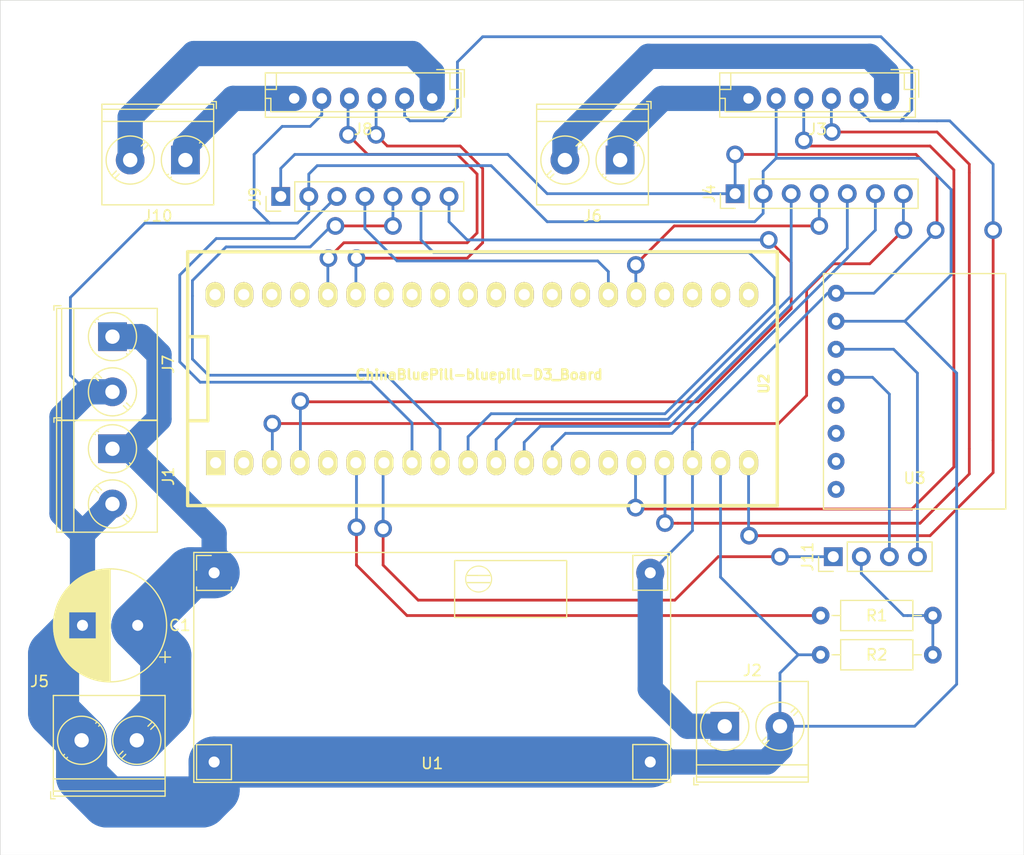
<source format=kicad_pcb>
(kicad_pcb (version 20171130) (host pcbnew 5.1.10-88a1d61d58~90~ubuntu20.04.1)

  (general
    (thickness 1.6)
    (drawings 4)
    (tracks 314)
    (zones 0)
    (modules 17)
    (nets 53)
  )

  (page A4)
  (layers
    (0 F.Cu signal)
    (31 B.Cu signal)
    (32 B.Adhes user)
    (33 F.Adhes user)
    (34 B.Paste user)
    (35 F.Paste user)
    (36 B.SilkS user)
    (37 F.SilkS user)
    (38 B.Mask user)
    (39 F.Mask user)
    (40 Dwgs.User user)
    (41 Cmts.User user)
    (42 Eco1.User user)
    (43 Eco2.User user)
    (44 Edge.Cuts user)
    (45 Margin user)
    (46 B.CrtYd user)
    (47 F.CrtYd user)
    (48 B.Fab user)
    (49 F.Fab user)
  )

  (setup
    (last_trace_width 0.25)
    (user_trace_width 2.286)
    (user_trace_width 4.63)
    (trace_clearance 0.2)
    (zone_clearance 0.508)
    (zone_45_only no)
    (trace_min 0.2)
    (via_size 0.8)
    (via_drill 0.4)
    (via_min_size 0.4)
    (via_min_drill 0.3)
    (user_via 1.6 1)
    (uvia_size 0.3)
    (uvia_drill 0.1)
    (uvias_allowed no)
    (uvia_min_size 0.2)
    (uvia_min_drill 0.1)
    (edge_width 0.05)
    (segment_width 0.2)
    (pcb_text_width 0.3)
    (pcb_text_size 1.5 1.5)
    (mod_edge_width 0.12)
    (mod_text_size 1 1)
    (mod_text_width 0.15)
    (pad_size 1.524 1.524)
    (pad_drill 0.762)
    (pad_to_mask_clearance 0)
    (aux_axis_origin 0 0)
    (visible_elements FFFFFF7F)
    (pcbplotparams
      (layerselection 0x010fc_ffffffff)
      (usegerberextensions false)
      (usegerberattributes true)
      (usegerberadvancedattributes true)
      (creategerberjobfile true)
      (excludeedgelayer true)
      (linewidth 0.100000)
      (plotframeref false)
      (viasonmask false)
      (mode 1)
      (useauxorigin false)
      (hpglpennumber 1)
      (hpglpenspeed 20)
      (hpglpendiameter 15.000000)
      (psnegative false)
      (psa4output false)
      (plotreference true)
      (plotvalue true)
      (plotinvisibletext false)
      (padsonsilk false)
      (subtractmaskfromsilk false)
      (outputformat 1)
      (mirror false)
      (drillshape 1)
      (scaleselection 1)
      (outputdirectory ""))
  )

  (net 0 "")
  (net 1 GND)
  (net 2 +12V)
  (net 3 +5V)
  (net 4 /MOTOR1_M1)
  (net 5 /ENCODER1_A)
  (net 6 /ENCODER1_B)
  (net 7 +3V3)
  (net 8 /MOTOR1_M2)
  (net 9 /MOTOR1_PWM)
  (net 10 /MOTOR1_INB)
  (net 11 /MOTOR1_INA)
  (net 12 /MOTOR1_CS)
  (net 13 /MOTOR1_EN)
  (net 14 /MOTOR2_M1)
  (net 15 /ENCODER2_A)
  (net 16 /ENCODER2_B)
  (net 17 /MOTOR2_M2)
  (net 18 /MOTOR2_PWM)
  (net 19 /MOTOR2_INB)
  (net 20 /MOTOR2_INA)
  (net 21 /MOTOR2_CS)
  (net 22 /MOTOR2_EN)
  (net 23 /SDA)
  (net 24 /SCL)
  (net 25 /RX_RASP)
  (net 26 /RX_BP)
  (net 27 /TX_BP)
  (net 28 "Net-(U2-Pad37)")
  (net 29 "Net-(U2-Pad34)")
  (net 30 "Net-(U2-Pad33)")
  (net 31 "Net-(U2-Pad32)")
  (net 32 "Net-(U2-Pad31)")
  (net 33 "Net-(U2-Pad30)")
  (net 34 "Net-(U2-Pad29)")
  (net 35 "Net-(U2-Pad28)")
  (net 36 "Net-(U2-Pad27)")
  (net 37 "Net-(U2-Pad24)")
  (net 38 "Net-(U2-Pad23)")
  (net 39 "Net-(U2-Pad22)")
  (net 40 "Net-(U2-Pad21)")
  (net 41 "Net-(U2-Pad15)")
  (net 42 "Net-(U2-Pad14)")
  (net 43 "Net-(U2-Pad5)")
  (net 44 "Net-(U2-Pad2)")
  (net 45 "Net-(U2-Pad1)")
  (net 46 "Net-(U3-Pad5)")
  (net 47 "Net-(U3-Pad6)")
  (net 48 "Net-(U3-Pad7)")
  (net 49 "Net-(U3-Pad8)")
  (net 50 "Net-(U2-Pad40)")
  (net 51 "Net-(U2-Pad39)")
  (net 52 "Net-(U2-Pad38)")

  (net_class Default "This is the default net class."
    (clearance 0.2)
    (trace_width 0.25)
    (via_dia 0.8)
    (via_drill 0.4)
    (uvia_dia 0.3)
    (uvia_drill 0.1)
    (add_net +12V)
    (add_net +3V3)
    (add_net +5V)
    (add_net /ENCODER1_A)
    (add_net /ENCODER1_B)
    (add_net /ENCODER2_A)
    (add_net /ENCODER2_B)
    (add_net /MOTOR1_CS)
    (add_net /MOTOR1_EN)
    (add_net /MOTOR1_INA)
    (add_net /MOTOR1_INB)
    (add_net /MOTOR1_M1)
    (add_net /MOTOR1_M2)
    (add_net /MOTOR1_PWM)
    (add_net /MOTOR2_CS)
    (add_net /MOTOR2_EN)
    (add_net /MOTOR2_INA)
    (add_net /MOTOR2_INB)
    (add_net /MOTOR2_M1)
    (add_net /MOTOR2_M2)
    (add_net /MOTOR2_PWM)
    (add_net /RX_BP)
    (add_net /RX_RASP)
    (add_net /SCL)
    (add_net /SDA)
    (add_net /TX_BP)
    (add_net GND)
    (add_net "Net-(U2-Pad1)")
    (add_net "Net-(U2-Pad14)")
    (add_net "Net-(U2-Pad15)")
    (add_net "Net-(U2-Pad2)")
    (add_net "Net-(U2-Pad21)")
    (add_net "Net-(U2-Pad22)")
    (add_net "Net-(U2-Pad23)")
    (add_net "Net-(U2-Pad24)")
    (add_net "Net-(U2-Pad27)")
    (add_net "Net-(U2-Pad28)")
    (add_net "Net-(U2-Pad29)")
    (add_net "Net-(U2-Pad30)")
    (add_net "Net-(U2-Pad31)")
    (add_net "Net-(U2-Pad32)")
    (add_net "Net-(U2-Pad33)")
    (add_net "Net-(U2-Pad34)")
    (add_net "Net-(U2-Pad37)")
    (add_net "Net-(U2-Pad38)")
    (add_net "Net-(U2-Pad39)")
    (add_net "Net-(U2-Pad40)")
    (add_net "Net-(U2-Pad5)")
    (add_net "Net-(U3-Pad5)")
    (add_net "Net-(U3-Pad6)")
    (add_net "Net-(U3-Pad7)")
    (add_net "Net-(U3-Pad8)")
  )

  (module D3_Board:MPU6050_module (layer F.Cu) (tedit 607D0D54) (tstamp 60EC1EBD)
    (at 157.734 93.853)
    (path /6084546B)
    (fp_text reference U3 (at 0 7.874) (layer F.SilkS)
      (effects (font (size 1 1) (thickness 0.15)))
    )
    (fp_text value MPU6050_module (at 0 -11.938) (layer F.Fab)
      (effects (font (size 1 1) (thickness 0.15)))
    )
    (fp_line (start -8.255 10.668) (end -8.255 -10.668) (layer F.SilkS) (width 0.12))
    (fp_line (start 8.255 10.668) (end -8.255 10.668) (layer F.SilkS) (width 0.12))
    (fp_line (start 8.255 -10.668) (end 8.255 10.668) (layer F.SilkS) (width 0.12))
    (fp_line (start -8.255 -10.668) (end 8.255 -10.668) (layer F.SilkS) (width 0.12))
    (fp_line (start -8.255 -10.668) (end 8.255 -10.668) (layer F.Fab) (width 0.12))
    (fp_line (start -8.255 10.668) (end 8.255 10.668) (layer F.Fab) (width 0.12))
    (fp_line (start 8.255 10.668) (end 8.255 -10.668) (layer F.Fab) (width 0.12))
    (fp_line (start -8.255 10.668) (end -8.255 -10.668) (layer F.Fab) (width 0.12))
    (pad 1 thru_hole circle (at -7.112 -8.89) (size 1.524 1.524) (drill 0.762) (layers *.Cu *.Mask)
      (net 3 +5V))
    (pad 2 thru_hole circle (at -7.112 -6.35) (size 1.524 1.524) (drill 0.762) (layers *.Cu *.Mask)
      (net 1 GND))
    (pad 3 thru_hole circle (at -7.112 -3.81) (size 1.524 1.524) (drill 0.762) (layers *.Cu *.Mask)
      (net 24 /SCL))
    (pad 4 thru_hole circle (at -7.112 -1.27) (size 1.524 1.524) (drill 0.762) (layers *.Cu *.Mask)
      (net 23 /SDA))
    (pad 5 thru_hole circle (at -7.112 1.27) (size 1.524 1.524) (drill 0.762) (layers *.Cu *.Mask)
      (net 46 "Net-(U3-Pad5)"))
    (pad 6 thru_hole circle (at -7.112 3.81) (size 1.524 1.524) (drill 0.762) (layers *.Cu *.Mask)
      (net 47 "Net-(U3-Pad6)"))
    (pad 7 thru_hole circle (at -7.112 6.35) (size 1.524 1.524) (drill 0.762) (layers *.Cu *.Mask)
      (net 48 "Net-(U3-Pad7)"))
    (pad 8 thru_hole circle (at -7.112 8.89) (size 1.524 1.524) (drill 0.762) (layers *.Cu *.Mask)
      (net 49 "Net-(U3-Pad8)"))
    (model /home/felipe/Downloads/MPU6050.stp
      (offset (xyz -16.9164 -7.137400000000001 -7.874))
      (scale (xyz 1 1 1))
      (rotate (xyz -90 0 -90))
    )
  )

  (module BluePill_breakouts:BluePill_STM32F103C (layer F.Cu) (tedit 607CFB86) (tstamp 60EB9712)
    (at 94.488 100.33 90)
    (descr "STM32F103C8 BluePill board")
    (path /60C35194)
    (fp_text reference U2 (at 7.1628 49.6062 270) (layer F.SilkS)
      (effects (font (size 0.889 0.889) (thickness 0.3048)))
    )
    (fp_text value ChinaBluePill-bluepill-D3_Board (at 7.9756 23.7998) (layer F.SilkS)
      (effects (font (size 0.889 0.889) (thickness 0.22225)))
    )
    (fp_line (start 11.43 -0.762) (end 11.43 -2.54) (layer F.SilkS) (width 0.3048))
    (fp_line (start 3.81 -0.762) (end 11.43 -0.762) (layer F.SilkS) (width 0.3048))
    (fp_line (start 3.81 -2.54) (end 3.81 -0.762) (layer F.SilkS) (width 0.3048))
    (fp_line (start 19.12 -2.59) (end 19.12 50.81) (layer F.SilkS) (width 0.3048))
    (fp_line (start 19.12 50.81) (end -3.88 50.81) (layer F.SilkS) (width 0.3048))
    (fp_line (start -3.88 50.81) (end -3.88 -2.59) (layer F.SilkS) (width 0.3048))
    (fp_line (start -3.88 -2.59) (end 19.12 -2.59) (layer F.SilkS) (width 0.3048))
    (pad 40 thru_hole oval (at 15.24 -0.1016 180) (size 1.7272 2.25) (drill 1.016) (layers *.Cu *.Mask F.SilkS)
      (net 50 "Net-(U2-Pad40)"))
    (pad 39 thru_hole oval (at 15.24 2.4892 180) (size 1.7272 2.25) (drill 1.016) (layers *.Cu *.Mask F.SilkS)
      (net 51 "Net-(U2-Pad39)"))
    (pad 38 thru_hole oval (at 15.24 5.0292 180) (size 1.7272 2.25) (drill 1.016) (layers *.Cu *.Mask F.SilkS)
      (net 52 "Net-(U2-Pad38)"))
    (pad 37 thru_hole oval (at 15.24 7.5692 180) (size 1.7272 2.25) (drill 1.016) (layers *.Cu *.Mask F.SilkS)
      (net 28 "Net-(U2-Pad37)"))
    (pad 36 thru_hole oval (at 15.24 10.1092 180) (size 1.7272 2.25) (drill 1.016) (layers *.Cu *.Mask F.SilkS)
      (net 15 /ENCODER2_A))
    (pad 35 thru_hole oval (at 15.24 12.6492 180) (size 1.7272 2.25) (drill 1.016) (layers *.Cu *.Mask F.SilkS)
      (net 16 /ENCODER2_B))
    (pad 34 thru_hole oval (at 15.24 15.1892 180) (size 1.7272 2.25) (drill 1.016) (layers *.Cu *.Mask F.SilkS)
      (net 29 "Net-(U2-Pad34)"))
    (pad 33 thru_hole oval (at 15.24 17.7292 180) (size 1.7272 2.25) (drill 1.016) (layers *.Cu *.Mask F.SilkS)
      (net 30 "Net-(U2-Pad33)"))
    (pad 32 thru_hole oval (at 15.24 20.2692 180) (size 1.7272 2.25) (drill 1.016) (layers *.Cu *.Mask F.SilkS)
      (net 31 "Net-(U2-Pad32)"))
    (pad 31 thru_hole oval (at 15.24 22.8092 180) (size 1.7272 2.25) (drill 1.016) (layers *.Cu *.Mask F.SilkS)
      (net 32 "Net-(U2-Pad31)"))
    (pad 30 thru_hole oval (at 15.24 25.3492 180) (size 1.7272 2.25) (drill 1.016) (layers *.Cu *.Mask F.SilkS)
      (net 33 "Net-(U2-Pad30)"))
    (pad 29 thru_hole oval (at 15.24 27.8892 180) (size 1.7272 2.25) (drill 1.016) (layers *.Cu *.Mask F.SilkS)
      (net 34 "Net-(U2-Pad29)"))
    (pad 28 thru_hole oval (at 15.24 30.4292 180) (size 1.7272 2.25) (drill 1.016) (layers *.Cu *.Mask F.SilkS)
      (net 35 "Net-(U2-Pad28)"))
    (pad 27 thru_hole oval (at 15.24 32.9692 180) (size 1.7272 2.25) (drill 1.016) (layers *.Cu *.Mask F.SilkS)
      (net 36 "Net-(U2-Pad27)"))
    (pad 26 thru_hole oval (at 15.24 35.5092 180) (size 1.7272 2.25) (drill 1.016) (layers *.Cu *.Mask F.SilkS)
      (net 21 /MOTOR2_CS))
    (pad 25 thru_hole oval (at 15.24 38.0492 180) (size 1.7272 2.25) (drill 1.016) (layers *.Cu *.Mask F.SilkS)
      (net 12 /MOTOR1_CS))
    (pad 24 thru_hole oval (at 15.24 40.5892 180) (size 1.7272 2.25) (drill 1.016) (layers *.Cu *.Mask F.SilkS)
      (net 37 "Net-(U2-Pad24)"))
    (pad 23 thru_hole oval (at 15.24 43.1292 180) (size 1.7272 2.25) (drill 1.016) (layers *.Cu *.Mask F.SilkS)
      (net 38 "Net-(U2-Pad23)"))
    (pad 22 thru_hole oval (at 15.24 45.6692 180) (size 1.7272 2.25) (drill 1.016) (layers *.Cu *.Mask F.SilkS)
      (net 39 "Net-(U2-Pad22)"))
    (pad 21 thru_hole oval (at 15.24 48.2092 180) (size 1.7272 2.25) (drill 1.016) (layers *.Cu *.Mask F.SilkS)
      (net 40 "Net-(U2-Pad21)"))
    (pad 20 thru_hole oval (at 0 48.2092) (size 1.7272 2.25) (drill 1.016) (layers *.Cu *.Mask F.SilkS)
      (net 7 +3V3))
    (pad 19 thru_hole oval (at 0 45.6692) (size 1.7272 2.25) (drill 1.016) (layers *.Cu *.Mask F.SilkS)
      (net 1 GND))
    (pad 18 thru_hole oval (at 0 43.1292) (size 1.7272 2.25) (drill 1.016) (layers *.Cu *.Mask F.SilkS)
      (net 3 +5V))
    (pad 17 thru_hole oval (at 0 40.5892) (size 1.7272 2.25) (drill 1.016) (layers *.Cu *.Mask F.SilkS)
      (net 6 /ENCODER1_B))
    (pad 16 thru_hole oval (at 0 38.0492) (size 1.7272 2.25) (drill 1.016) (layers *.Cu *.Mask F.SilkS)
      (net 5 /ENCODER1_A))
    (pad 15 thru_hole oval (at 0 35.5092) (size 1.7272 2.25) (drill 1.016) (layers *.Cu *.Mask F.SilkS)
      (net 41 "Net-(U2-Pad15)"))
    (pad 14 thru_hole oval (at 0 32.9692) (size 1.7272 2.25) (drill 1.016) (layers *.Cu *.Mask F.SilkS)
      (net 42 "Net-(U2-Pad14)"))
    (pad 13 thru_hole oval (at 0 30.4292) (size 1.7272 2.25) (drill 1.016) (layers *.Cu *.Mask F.SilkS)
      (net 10 /MOTOR1_INB))
    (pad 12 thru_hole oval (at 0 27.8892) (size 1.7272 2.25) (drill 1.016) (layers *.Cu *.Mask F.SilkS)
      (net 11 /MOTOR1_INA))
    (pad 11 thru_hole oval (at 0 25.3492) (size 1.7272 2.25) (drill 1.016) (layers *.Cu *.Mask F.SilkS)
      (net 13 /MOTOR1_EN))
    (pad 10 thru_hole oval (at 0 22.8092) (size 1.7272 2.25) (drill 1.016) (layers *.Cu *.Mask F.SilkS)
      (net 19 /MOTOR2_INB))
    (pad 9 thru_hole oval (at 0 20.2692) (size 1.7272 2.25) (drill 1.016) (layers *.Cu *.Mask F.SilkS)
      (net 20 /MOTOR2_INA))
    (pad 8 thru_hole oval (at 0 17.7292) (size 1.7272 2.25) (drill 1.016) (layers *.Cu *.Mask F.SilkS)
      (net 22 /MOTOR2_EN))
    (pad 7 thru_hole oval (at 0 15.1892) (size 1.7272 2.25) (drill 1.016) (layers *.Cu *.Mask F.SilkS)
      (net 26 /RX_BP))
    (pad 6 thru_hole oval (at 0 12.6492) (size 1.7272 2.25) (drill 1.016) (layers *.Cu *.Mask F.SilkS)
      (net 27 /TX_BP))
    (pad 5 thru_hole oval (at 0 10.1092) (size 1.7272 2.25) (drill 1.016) (layers *.Cu *.Mask F.SilkS)
      (net 43 "Net-(U2-Pad5)"))
    (pad 4 thru_hole oval (at 0 7.5692) (size 1.7272 2.25) (drill 1.016) (layers *.Cu *.Mask F.SilkS)
      (net 18 /MOTOR2_PWM))
    (pad 3 thru_hole oval (at 0 5.0292) (size 1.7272 2.25) (drill 1.016) (layers *.Cu *.Mask F.SilkS)
      (net 9 /MOTOR1_PWM))
    (pad 2 thru_hole oval (at 0 2.4892) (size 1.7272 2.25) (drill 1.016) (layers *.Cu *.Mask F.SilkS)
      (net 44 "Net-(U2-Pad2)"))
    (pad 1 thru_hole rect (at 0 -0.0508) (size 1.7272 2.25) (drill 1.016) (layers *.Cu *.Mask F.SilkS)
      (net 45 "Net-(U2-Pad1)"))
    (model ${KISYS3DMOD}/Connector_PinSocket_2.54mm.3dshapes/PinSocket_1x20_P2.54mm_Vertical.step
      (at (xyz 0 0 0))
      (scale (xyz 1 1 1))
      (rotate (xyz 0 0 0))
    )
    (model ${KISYS3DMOD}/Connector_PinSocket_2.54mm.3dshapes/PinSocket_1x20_P2.54mm_Vertical.step
      (offset (xyz 15 0 0))
      (scale (xyz 1 1 1))
      (rotate (xyz 0 0 0))
    )
  )

  (module D3_Board:LM2596_module (layer F.Cu) (tedit 6080615B) (tstamp 60EB96DF)
    (at 114.046 118.872)
    (path /602847F8)
    (fp_text reference U1 (at 0 8.6995) (layer F.SilkS)
      (effects (font (size 1 1) (thickness 0.15)))
    )
    (fp_text value LM2596_module (at 0 -12.3825) (layer F.Fab)
      (effects (font (size 1 1) (thickness 0.15)))
    )
    (fp_line (start 22.2 10.795) (end 22.2 -10.795) (layer F.CrtYd) (width 0.05))
    (fp_line (start -22.2 10.795) (end -22.2 -10.795) (layer F.CrtYd) (width 0.05))
    (fp_line (start -22.2 10.795) (end 22.2 10.795) (layer F.CrtYd) (width 0.05))
    (fp_line (start -22.2 -10.795) (end 22.2 -10.795) (layer F.CrtYd) (width 0.05))
    (fp_line (start -21.59 -10.414) (end -21.59 10.414) (layer F.SilkS) (width 0.12))
    (fp_line (start 21.59 -10.414) (end 21.59 10.414) (layer F.SilkS) (width 0.12))
    (fp_line (start -21.59 10.414) (end 21.59 10.414) (layer F.SilkS) (width 0.12))
    (fp_line (start -21.59 -10.414) (end 21.59 -10.414) (layer F.SilkS) (width 0.12))
    (fp_line (start 2.105443 -4.656387) (end 2.105443 -9.556387) (layer F.Fab) (width 0.1))
    (fp_line (start 3.166212 -7.756387) (end 5.244673 -7.756387) (layer F.Fab) (width 0.1))
    (fp_line (start 12.055443 -4.606387) (end 2.155443 -4.606387) (layer F.Fab) (width 0.1))
    (fp_line (start 12.105443 -9.556387) (end 12.105443 -4.656387) (layer F.Fab) (width 0.1))
    (fp_line (start 2.155443 -9.606387) (end 12.055443 -9.606387) (layer F.Fab) (width 0.1))
    (fp_line (start 12.130443 -4.531387) (end 2.080443 -4.531387) (layer F.SilkS) (width 0.12))
    (fp_line (start 11.477138 -9.607387) (end 11.288035 -9.607387) (layer F.Fab) (width 0.1))
    (fp_line (start 12.180443 -9.631387) (end 12.180443 -4.581387) (layer F.SilkS) (width 0.12))
    (fp_line (start 5.3195 -8.331387) (end 3.0945 -8.3335) (layer F.SilkS) (width 0.12))
    (fp_line (start 2.080443 -9.681387) (end 12.130443 -9.681387) (layer F.SilkS) (width 0.12))
    (fp_line (start 2.030443 -4.581387) (end 2.030443 -9.631387) (layer F.SilkS) (width 0.12))
    (fp_line (start 5.244673 -8.256387) (end 3.166212 -8.256387) (layer F.Fab) (width 0.1))
    (fp_line (start 21.0185 -7.3025) (end 18.4785 -7.3025) (layer F.Fab) (width 0.1))
    (fp_line (start 18.1685 -6.9925) (end 18.1685 -10.1525) (layer F.SilkS) (width 0.12))
    (fp_line (start 18.4785 -9.8425) (end 21.0185 -9.8425) (layer F.Fab) (width 0.1))
    (fp_line (start 18.1685 -6.9925) (end 21.3285 -6.9925) (layer F.SilkS) (width 0.12))
    (fp_line (start 18.4785 -7.3025) (end 18.4785 -9.8425) (layer F.Fab) (width 0.1))
    (fp_line (start 21.0185 -9.8425) (end 21.0185 -7.3025) (layer F.Fab) (width 0.1))
    (fp_line (start 18.1685 -10.1525) (end 21.3285 -10.1525) (layer F.SilkS) (width 0.12))
    (fp_line (start 21.3285 -10.1525) (end 21.3285 -6.9925) (layer F.SilkS) (width 0.12))
    (fp_line (start 21.0185 9.8425) (end 18.4785 9.8425) (layer F.Fab) (width 0.1))
    (fp_line (start 18.1685 10.1525) (end 18.1685 6.9925) (layer F.SilkS) (width 0.12))
    (fp_line (start 18.4785 7.3025) (end 21.0185 7.3025) (layer F.Fab) (width 0.1))
    (fp_line (start 18.1685 10.1525) (end 21.3285 10.1525) (layer F.SilkS) (width 0.12))
    (fp_line (start 18.4785 9.8425) (end 18.4785 7.3025) (layer F.Fab) (width 0.1))
    (fp_line (start 21.0185 7.3025) (end 21.0185 9.8425) (layer F.Fab) (width 0.1))
    (fp_line (start 18.1685 6.9925) (end 21.3285 6.9925) (layer F.SilkS) (width 0.12))
    (fp_line (start 21.3285 6.9925) (end 21.3285 10.1525) (layer F.SilkS) (width 0.12))
    (fp_line (start -18.4912 9.8552) (end -21.0312 9.8552) (layer F.Fab) (width 0.1))
    (fp_line (start -21.3412 10.1652) (end -21.3412 7.0052) (layer F.SilkS) (width 0.12))
    (fp_line (start -21.0312 7.3152) (end -18.4912 7.3152) (layer F.Fab) (width 0.1))
    (fp_line (start -21.3412 10.1652) (end -18.1812 10.1652) (layer F.SilkS) (width 0.12))
    (fp_line (start -21.0312 9.8552) (end -21.0312 7.3152) (layer F.Fab) (width 0.1))
    (fp_line (start -18.4912 7.3152) (end -18.4912 9.8552) (layer F.Fab) (width 0.1))
    (fp_line (start -21.3412 7.0052) (end -18.1812 7.0052) (layer F.SilkS) (width 0.12))
    (fp_line (start -18.1812 7.0052) (end -18.1812 10.1652) (layer F.SilkS) (width 0.12))
    (fp_line (start -21.3412 -8.8098) (end -21.3412 -10.1398) (layer F.SilkS) (width 0.12))
    (fp_line (start -21.0312 -9.1948) (end -20.3962 -9.8298) (layer F.Fab) (width 0.1))
    (fp_line (start -20.3962 -9.8298) (end -18.4912 -9.8298) (layer F.Fab) (width 0.1))
    (fp_line (start -18.4912 -7.2898) (end -21.0312 -7.2898) (layer F.Fab) (width 0.1))
    (fp_line (start -21.3412 -6.9798) (end -18.1812 -6.9798) (layer F.SilkS) (width 0.12))
    (fp_line (start -18.4912 -9.8298) (end -18.4912 -7.2898) (layer F.Fab) (width 0.1))
    (fp_line (start -21.3412 -10.1398) (end -20.0112 -10.1398) (layer F.SilkS) (width 0.12))
    (fp_line (start -18.1812 -7.2898) (end -18.1812 -6.9798) (layer F.SilkS) (width 0.12))
    (fp_line (start -21.3412 -7.2898) (end -21.3412 -6.9798) (layer F.SilkS) (width 0.12))
    (fp_line (start -21.0312 -7.2898) (end -21.0312 -9.1948) (layer F.Fab) (width 0.1))
    (fp_circle (center 4.205443 -8.006387) (end 5.305443 -8.006387) (layer F.Fab) (width 0.1))
    (fp_circle (center 4.205443 -8.006387) (end 5.380443 -8.006387) (layer F.SilkS) (width 0.1))
    (fp_line (start 3.0945 -7.6835) (end 5.3195 -7.6835) (layer F.SilkS) (width 0.12))
    (fp_arc (start 2.080443 -9.631387) (end 2.080443 -9.681387) (angle -90) (layer F.SilkS) (width 0.12))
    (fp_arc (start 2.080443 -4.581387) (end 2.030443 -4.581387) (angle -90) (layer F.SilkS) (width 0.12))
    (fp_arc (start 12.130443 -9.631387) (end 12.180443 -9.631387) (angle -90) (layer F.SilkS) (width 0.12))
    (fp_arc (start 12.130443 -4.581387) (end 12.130443 -4.531387) (angle -90) (layer F.SilkS) (width 0.12))
    (fp_arc (start 2.155443 -9.556387) (end 2.155443 -9.606387) (angle -90) (layer F.Fab) (width 0.1))
    (fp_arc (start 2.155443 -4.656387) (end 2.105443 -4.656387) (angle -90) (layer F.Fab) (width 0.1))
    (fp_arc (start 12.055443 -9.556387) (end 12.105443 -9.556387) (angle -90) (layer F.Fab) (width 0.1))
    (fp_arc (start 12.055443 -4.656387) (end 12.055443 -4.606387) (angle -90) (layer F.Fab) (width 0.1))
    (pad 4 thru_hole circle (at 19.7485 -8.5725) (size 2.54 2.54) (drill 1) (layers *.Cu *.Mask)
      (net 3 +5V))
    (pad 2 thru_hole circle (at -19.7485 8.5725) (size 2.54 2.54) (drill 1) (layers *.Cu *.Mask)
      (net 1 GND))
    (pad 3 thru_hole circle (at 19.7485 8.5725) (size 2.54 2.54) (drill 1) (layers *.Cu *.Mask)
      (net 1 GND))
    (pad 1 thru_hole rect (at -19.7485 -8.5725) (size 2.54 2.54) (drill 1) (layers *.Cu *.Mask)
      (net 2 +12V))
  )

  (module Resistor_THT:R_Axial_DIN0207_L6.3mm_D2.5mm_P10.16mm_Horizontal (layer F.Cu) (tedit 5AE5139B) (tstamp 60EB9E7C)
    (at 149.225 117.729)
    (descr "Resistor, Axial_DIN0207 series, Axial, Horizontal, pin pitch=10.16mm, 0.25W = 1/4W, length*diameter=6.3*2.5mm^2, http://cdn-reichelt.de/documents/datenblatt/B400/1_4W%23YAG.pdf")
    (tags "Resistor Axial_DIN0207 series Axial Horizontal pin pitch 10.16mm 0.25W = 1/4W length 6.3mm diameter 2.5mm")
    (path /61070B7E)
    (fp_text reference R2 (at 5.08 0) (layer F.SilkS)
      (effects (font (size 1 1) (thickness 0.15)))
    )
    (fp_text value 3.3k (at 5.08 2.37) (layer F.Fab)
      (effects (font (size 1 1) (thickness 0.15)))
    )
    (fp_line (start 1.93 -1.25) (end 1.93 1.25) (layer F.Fab) (width 0.1))
    (fp_line (start 1.93 1.25) (end 8.23 1.25) (layer F.Fab) (width 0.1))
    (fp_line (start 8.23 1.25) (end 8.23 -1.25) (layer F.Fab) (width 0.1))
    (fp_line (start 8.23 -1.25) (end 1.93 -1.25) (layer F.Fab) (width 0.1))
    (fp_line (start 0 0) (end 1.93 0) (layer F.Fab) (width 0.1))
    (fp_line (start 10.16 0) (end 8.23 0) (layer F.Fab) (width 0.1))
    (fp_line (start 1.81 -1.37) (end 1.81 1.37) (layer F.SilkS) (width 0.12))
    (fp_line (start 1.81 1.37) (end 8.35 1.37) (layer F.SilkS) (width 0.12))
    (fp_line (start 8.35 1.37) (end 8.35 -1.37) (layer F.SilkS) (width 0.12))
    (fp_line (start 8.35 -1.37) (end 1.81 -1.37) (layer F.SilkS) (width 0.12))
    (fp_line (start 1.04 0) (end 1.81 0) (layer F.SilkS) (width 0.12))
    (fp_line (start 9.12 0) (end 8.35 0) (layer F.SilkS) (width 0.12))
    (fp_line (start -1.05 -1.5) (end -1.05 1.5) (layer F.CrtYd) (width 0.05))
    (fp_line (start -1.05 1.5) (end 11.21 1.5) (layer F.CrtYd) (width 0.05))
    (fp_line (start 11.21 1.5) (end 11.21 -1.5) (layer F.CrtYd) (width 0.05))
    (fp_line (start 11.21 -1.5) (end -1.05 -1.5) (layer F.CrtYd) (width 0.05))
    (fp_text user %R (at 5.08 0) (layer F.Fab)
      (effects (font (size 1 1) (thickness 0.15)))
    )
    (pad 1 thru_hole circle (at 0 0) (size 1.6 1.6) (drill 0.8) (layers *.Cu *.Mask)
      (net 1 GND))
    (pad 2 thru_hole oval (at 10.16 0) (size 1.6 1.6) (drill 0.8) (layers *.Cu *.Mask)
      (net 25 /RX_RASP))
    (model ${KISYS3DMOD}/Resistor_THT.3dshapes/R_Axial_DIN0207_L6.3mm_D2.5mm_P10.16mm_Horizontal.wrl
      (at (xyz 0 0 0))
      (scale (xyz 1 1 1))
      (rotate (xyz 0 0 0))
    )
  )

  (module Resistor_THT:R_Axial_DIN0207_L6.3mm_D2.5mm_P10.16mm_Horizontal (layer F.Cu) (tedit 5AE5139B) (tstamp 60EB967F)
    (at 159.385 114.173 180)
    (descr "Resistor, Axial_DIN0207 series, Axial, Horizontal, pin pitch=10.16mm, 0.25W = 1/4W, length*diameter=6.3*2.5mm^2, http://cdn-reichelt.de/documents/datenblatt/B400/1_4W%23YAG.pdf")
    (tags "Resistor Axial_DIN0207 series Axial Horizontal pin pitch 10.16mm 0.25W = 1/4W length 6.3mm diameter 2.5mm")
    (path /610706B8)
    (fp_text reference R1 (at 5.08 0) (layer F.SilkS)
      (effects (font (size 1 1) (thickness 0.15)))
    )
    (fp_text value 1.7k (at 5.08 2.37) (layer F.Fab)
      (effects (font (size 1 1) (thickness 0.15)))
    )
    (fp_line (start 11.21 -1.5) (end -1.05 -1.5) (layer F.CrtYd) (width 0.05))
    (fp_line (start 11.21 1.5) (end 11.21 -1.5) (layer F.CrtYd) (width 0.05))
    (fp_line (start -1.05 1.5) (end 11.21 1.5) (layer F.CrtYd) (width 0.05))
    (fp_line (start -1.05 -1.5) (end -1.05 1.5) (layer F.CrtYd) (width 0.05))
    (fp_line (start 9.12 0) (end 8.35 0) (layer F.SilkS) (width 0.12))
    (fp_line (start 1.04 0) (end 1.81 0) (layer F.SilkS) (width 0.12))
    (fp_line (start 8.35 -1.37) (end 1.81 -1.37) (layer F.SilkS) (width 0.12))
    (fp_line (start 8.35 1.37) (end 8.35 -1.37) (layer F.SilkS) (width 0.12))
    (fp_line (start 1.81 1.37) (end 8.35 1.37) (layer F.SilkS) (width 0.12))
    (fp_line (start 1.81 -1.37) (end 1.81 1.37) (layer F.SilkS) (width 0.12))
    (fp_line (start 10.16 0) (end 8.23 0) (layer F.Fab) (width 0.1))
    (fp_line (start 0 0) (end 1.93 0) (layer F.Fab) (width 0.1))
    (fp_line (start 8.23 -1.25) (end 1.93 -1.25) (layer F.Fab) (width 0.1))
    (fp_line (start 8.23 1.25) (end 8.23 -1.25) (layer F.Fab) (width 0.1))
    (fp_line (start 1.93 1.25) (end 8.23 1.25) (layer F.Fab) (width 0.1))
    (fp_line (start 1.93 -1.25) (end 1.93 1.25) (layer F.Fab) (width 0.1))
    (fp_text user %R (at 5.08 0) (layer F.Fab)
      (effects (font (size 1 1) (thickness 0.15)))
    )
    (pad 2 thru_hole oval (at 10.16 0 180) (size 1.6 1.6) (drill 0.8) (layers *.Cu *.Mask)
      (net 27 /TX_BP))
    (pad 1 thru_hole circle (at 0 0 180) (size 1.6 1.6) (drill 0.8) (layers *.Cu *.Mask)
      (net 25 /RX_RASP))
    (model ${KISYS3DMOD}/Resistor_THT.3dshapes/R_Axial_DIN0207_L6.3mm_D2.5mm_P10.16mm_Horizontal.wrl
      (at (xyz 0 0 0))
      (scale (xyz 1 1 1))
      (rotate (xyz 0 0 0))
    )
  )

  (module Connector_PinHeader_2.54mm:PinHeader_1x04_P2.54mm_Vertical (layer F.Cu) (tedit 59FED5CC) (tstamp 60EBA57C)
    (at 150.368 108.839 90)
    (descr "Through hole straight pin header, 1x04, 2.54mm pitch, single row")
    (tags "Through hole pin header THT 1x04 2.54mm single row")
    (path /60858310)
    (fp_text reference J11 (at 0 -2.33 90) (layer F.SilkS)
      (effects (font (size 1 1) (thickness 0.15)))
    )
    (fp_text value Raspberry_connection (at 0 11.811 90) (layer F.Fab)
      (effects (font (size 1 1) (thickness 0.15)))
    )
    (fp_line (start 1.8 -1.8) (end -1.8 -1.8) (layer F.CrtYd) (width 0.05))
    (fp_line (start 1.8 9.4) (end 1.8 -1.8) (layer F.CrtYd) (width 0.05))
    (fp_line (start -1.8 9.4) (end 1.8 9.4) (layer F.CrtYd) (width 0.05))
    (fp_line (start -1.8 -1.8) (end -1.8 9.4) (layer F.CrtYd) (width 0.05))
    (fp_line (start -1.33 -1.33) (end 0 -1.33) (layer F.SilkS) (width 0.12))
    (fp_line (start -1.33 0) (end -1.33 -1.33) (layer F.SilkS) (width 0.12))
    (fp_line (start -1.33 1.27) (end 1.33 1.27) (layer F.SilkS) (width 0.12))
    (fp_line (start 1.33 1.27) (end 1.33 8.95) (layer F.SilkS) (width 0.12))
    (fp_line (start -1.33 1.27) (end -1.33 8.95) (layer F.SilkS) (width 0.12))
    (fp_line (start -1.33 8.95) (end 1.33 8.95) (layer F.SilkS) (width 0.12))
    (fp_line (start -1.27 -0.635) (end -0.635 -1.27) (layer F.Fab) (width 0.1))
    (fp_line (start -1.27 8.89) (end -1.27 -0.635) (layer F.Fab) (width 0.1))
    (fp_line (start 1.27 8.89) (end -1.27 8.89) (layer F.Fab) (width 0.1))
    (fp_line (start 1.27 -1.27) (end 1.27 8.89) (layer F.Fab) (width 0.1))
    (fp_line (start -0.635 -1.27) (end 1.27 -1.27) (layer F.Fab) (width 0.1))
    (fp_text user %R (at 0 3.81) (layer F.Fab)
      (effects (font (size 1 1) (thickness 0.15)))
    )
    (pad 4 thru_hole oval (at 0 7.62 90) (size 1.7 1.7) (drill 1) (layers *.Cu *.Mask)
      (net 24 /SCL))
    (pad 3 thru_hole oval (at 0 5.08 90) (size 1.7 1.7) (drill 1) (layers *.Cu *.Mask)
      (net 23 /SDA))
    (pad 2 thru_hole oval (at 0 2.54 90) (size 1.7 1.7) (drill 1) (layers *.Cu *.Mask)
      (net 25 /RX_RASP))
    (pad 1 thru_hole rect (at 0 0 90) (size 1.7 1.7) (drill 1) (layers *.Cu *.Mask)
      (net 26 /RX_BP))
    (model ${KISYS3DMOD}/Connector_PinHeader_2.54mm.3dshapes/PinHeader_1x04_P2.54mm_Vertical.wrl
      (at (xyz 0 0 0))
      (scale (xyz 1 1 1))
      (rotate (xyz 0 0 0))
    )
  )

  (module TerminalBlock_Phoenix:TerminalBlock_Phoenix_PT-1,5-2-5.0-H_1x02_P5.00mm_Horizontal (layer F.Cu) (tedit 5B294F69) (tstamp 60EB9650)
    (at 91.694 72.898 180)
    (descr "Terminal Block Phoenix PT-1,5-2-5.0-H, 2 pins, pitch 5mm, size 10x9mm^2, drill diamater 1.3mm, pad diameter 2.6mm, see http://www.mouser.com/ds/2/324/ItemDetail_1935161-922578.pdf, script-generated using https://github.com/pointhi/kicad-footprint-generator/scripts/TerminalBlock_Phoenix")
    (tags "THT Terminal Block Phoenix PT-1,5-2-5.0-H pitch 5mm size 10x9mm^2 drill 1.3mm pad 2.6mm")
    (path /602B92C2)
    (fp_text reference J10 (at 2.5 -5.06) (layer F.SilkS)
      (effects (font (size 1 1) (thickness 0.15)))
    )
    (fp_text value MOTOR2_OUT (at 2.5 6.06) (layer F.Fab)
      (effects (font (size 1 1) (thickness 0.15)))
    )
    (fp_line (start 8 -4.5) (end -3 -4.5) (layer F.CrtYd) (width 0.05))
    (fp_line (start 8 5.5) (end 8 -4.5) (layer F.CrtYd) (width 0.05))
    (fp_line (start -3 5.5) (end 8 5.5) (layer F.CrtYd) (width 0.05))
    (fp_line (start -3 -4.5) (end -3 5.5) (layer F.CrtYd) (width 0.05))
    (fp_line (start -2.8 5.3) (end -2.4 5.3) (layer F.SilkS) (width 0.12))
    (fp_line (start -2.8 4.66) (end -2.8 5.3) (layer F.SilkS) (width 0.12))
    (fp_line (start 3.742 0.992) (end 3.347 1.388) (layer F.SilkS) (width 0.12))
    (fp_line (start 6.388 -1.654) (end 6.008 -1.274) (layer F.SilkS) (width 0.12))
    (fp_line (start 3.993 1.274) (end 3.613 1.654) (layer F.SilkS) (width 0.12))
    (fp_line (start 6.654 -1.388) (end 6.259 -0.992) (layer F.SilkS) (width 0.12))
    (fp_line (start 6.273 -1.517) (end 3.484 1.273) (layer F.Fab) (width 0.1))
    (fp_line (start 6.517 -1.273) (end 3.728 1.517) (layer F.Fab) (width 0.1))
    (fp_line (start -1.548 1.281) (end -1.654 1.388) (layer F.SilkS) (width 0.12))
    (fp_line (start 1.388 -1.654) (end 1.281 -1.547) (layer F.SilkS) (width 0.12))
    (fp_line (start -1.282 1.547) (end -1.388 1.654) (layer F.SilkS) (width 0.12))
    (fp_line (start 1.654 -1.388) (end 1.547 -1.281) (layer F.SilkS) (width 0.12))
    (fp_line (start 1.273 -1.517) (end -1.517 1.273) (layer F.Fab) (width 0.1))
    (fp_line (start 1.517 -1.273) (end -1.273 1.517) (layer F.Fab) (width 0.1))
    (fp_line (start 7.56 -4.06) (end 7.56 5.06) (layer F.SilkS) (width 0.12))
    (fp_line (start -2.56 -4.06) (end -2.56 5.06) (layer F.SilkS) (width 0.12))
    (fp_line (start -2.56 5.06) (end 7.56 5.06) (layer F.SilkS) (width 0.12))
    (fp_line (start -2.56 -4.06) (end 7.56 -4.06) (layer F.SilkS) (width 0.12))
    (fp_line (start -2.56 3.5) (end 7.56 3.5) (layer F.SilkS) (width 0.12))
    (fp_line (start -2.5 3.5) (end 7.5 3.5) (layer F.Fab) (width 0.1))
    (fp_line (start -2.56 4.6) (end 7.56 4.6) (layer F.SilkS) (width 0.12))
    (fp_line (start -2.5 4.6) (end 7.5 4.6) (layer F.Fab) (width 0.1))
    (fp_line (start -2.5 4.6) (end -2.5 -4) (layer F.Fab) (width 0.1))
    (fp_line (start -2.1 5) (end -2.5 4.6) (layer F.Fab) (width 0.1))
    (fp_line (start 7.5 5) (end -2.1 5) (layer F.Fab) (width 0.1))
    (fp_line (start 7.5 -4) (end 7.5 5) (layer F.Fab) (width 0.1))
    (fp_line (start -2.5 -4) (end 7.5 -4) (layer F.Fab) (width 0.1))
    (fp_circle (center 5 0) (end 7.18 0) (layer F.SilkS) (width 0.12))
    (fp_circle (center 5 0) (end 7 0) (layer F.Fab) (width 0.1))
    (fp_circle (center 0 0) (end 2.18 0) (layer F.SilkS) (width 0.12))
    (fp_circle (center 0 0) (end 2 0) (layer F.Fab) (width 0.1))
    (fp_text user %R (at 2.5 2.9) (layer F.Fab)
      (effects (font (size 1 1) (thickness 0.15)))
    )
    (pad 2 thru_hole circle (at 5 0 180) (size 2.6 2.6) (drill 1.3) (layers *.Cu *.Mask)
      (net 17 /MOTOR2_M2))
    (pad 1 thru_hole rect (at 0 0 180) (size 2.6 2.6) (drill 1.3) (layers *.Cu *.Mask)
      (net 14 /MOTOR2_M1))
    (model ${KISYS3DMOD}/TerminalBlock_Phoenix.3dshapes/TerminalBlock_Phoenix_PT-1,5-2-5.0-H_1x02_P5.00mm_Horizontal.wrl
      (at (xyz 0 0 0))
      (scale (xyz 1 1 1))
      (rotate (xyz 0 0 0))
    )
  )

  (module Connector_PinHeader_2.54mm:PinHeader_1x07_P2.54mm_Vertical (layer F.Cu) (tedit 59FED5CC) (tstamp 60EB9626)
    (at 100.33 76.2 90)
    (descr "Through hole straight pin header, 1x07, 2.54mm pitch, single row")
    (tags "Through hole pin header THT 1x07 2.54mm single row")
    (path /60318F22)
    (fp_text reference J9 (at 0 -2.33 90) (layer F.SilkS)
      (effects (font (size 1 1) (thickness 0.15)))
    )
    (fp_text value H-BRIDGE2 (at 0 17.57 90) (layer F.Fab)
      (effects (font (size 1 1) (thickness 0.15)))
    )
    (fp_line (start 1.8 -1.8) (end -1.8 -1.8) (layer F.CrtYd) (width 0.05))
    (fp_line (start 1.8 17.05) (end 1.8 -1.8) (layer F.CrtYd) (width 0.05))
    (fp_line (start -1.8 17.05) (end 1.8 17.05) (layer F.CrtYd) (width 0.05))
    (fp_line (start -1.8 -1.8) (end -1.8 17.05) (layer F.CrtYd) (width 0.05))
    (fp_line (start -1.33 -1.33) (end 0 -1.33) (layer F.SilkS) (width 0.12))
    (fp_line (start -1.33 0) (end -1.33 -1.33) (layer F.SilkS) (width 0.12))
    (fp_line (start -1.33 1.27) (end 1.33 1.27) (layer F.SilkS) (width 0.12))
    (fp_line (start 1.33 1.27) (end 1.33 16.57) (layer F.SilkS) (width 0.12))
    (fp_line (start -1.33 1.27) (end -1.33 16.57) (layer F.SilkS) (width 0.12))
    (fp_line (start -1.33 16.57) (end 1.33 16.57) (layer F.SilkS) (width 0.12))
    (fp_line (start -1.27 -0.635) (end -0.635 -1.27) (layer F.Fab) (width 0.1))
    (fp_line (start -1.27 16.51) (end -1.27 -0.635) (layer F.Fab) (width 0.1))
    (fp_line (start 1.27 16.51) (end -1.27 16.51) (layer F.Fab) (width 0.1))
    (fp_line (start 1.27 -1.27) (end 1.27 16.51) (layer F.Fab) (width 0.1))
    (fp_line (start -0.635 -1.27) (end 1.27 -1.27) (layer F.Fab) (width 0.1))
    (fp_text user %R (at 0 7.62) (layer F.Fab)
      (effects (font (size 1 1) (thickness 0.15)))
    )
    (pad 7 thru_hole oval (at 0 15.24 90) (size 1.7 1.7) (drill 1) (layers *.Cu *.Mask)
      (net 18 /MOTOR2_PWM))
    (pad 6 thru_hole oval (at 0 12.7 90) (size 1.7 1.7) (drill 1) (layers *.Cu *.Mask)
      (net 19 /MOTOR2_INB))
    (pad 5 thru_hole oval (at 0 10.16 90) (size 1.7 1.7) (drill 1) (layers *.Cu *.Mask)
      (net 20 /MOTOR2_INA))
    (pad 4 thru_hole oval (at 0 7.62 90) (size 1.7 1.7) (drill 1) (layers *.Cu *.Mask)
      (net 21 /MOTOR2_CS))
    (pad 3 thru_hole oval (at 0 5.08 90) (size 1.7 1.7) (drill 1) (layers *.Cu *.Mask)
      (net 22 /MOTOR2_EN))
    (pad 2 thru_hole oval (at 0 2.54 90) (size 1.7 1.7) (drill 1) (layers *.Cu *.Mask)
      (net 1 GND))
    (pad 1 thru_hole rect (at 0 0 90) (size 1.7 1.7) (drill 1) (layers *.Cu *.Mask)
      (net 3 +5V))
    (model ${KISYS3DMOD}/Connector_PinHeader_2.54mm.3dshapes/PinHeader_1x07_P2.54mm_Vertical.wrl
      (at (xyz 0 0 0))
      (scale (xyz 1 1 1))
      (rotate (xyz 0 0 0))
    )
  )

  (module Connector_JST:JST_EH_B6B-EH-A_1x06_P2.50mm_Vertical (layer F.Cu) (tedit 5C28142C) (tstamp 60EBA7E4)
    (at 114.046 67.31 180)
    (descr "JST EH series connector, B6B-EH-A (http://www.jst-mfg.com/product/pdf/eng/eEH.pdf), generated with kicad-footprint-generator")
    (tags "connector JST EH vertical")
    (path /602E5A26)
    (fp_text reference J8 (at 6.25 -2.8) (layer F.SilkS)
      (effects (font (size 1 1) (thickness 0.15)))
    )
    (fp_text value MOTOR2 (at 6.25 3.4) (layer F.Fab)
      (effects (font (size 1 1) (thickness 0.15)))
    )
    (fp_line (start -2.91 2.61) (end -0.41 2.61) (layer F.Fab) (width 0.1))
    (fp_line (start -2.91 0.11) (end -2.91 2.61) (layer F.Fab) (width 0.1))
    (fp_line (start -2.91 2.61) (end -0.41 2.61) (layer F.SilkS) (width 0.12))
    (fp_line (start -2.91 0.11) (end -2.91 2.61) (layer F.SilkS) (width 0.12))
    (fp_line (start 14.11 0.81) (end 14.11 2.31) (layer F.SilkS) (width 0.12))
    (fp_line (start 15.11 0.81) (end 14.11 0.81) (layer F.SilkS) (width 0.12))
    (fp_line (start -1.61 0.81) (end -1.61 2.31) (layer F.SilkS) (width 0.12))
    (fp_line (start -2.61 0.81) (end -1.61 0.81) (layer F.SilkS) (width 0.12))
    (fp_line (start 14.61 0) (end 15.11 0) (layer F.SilkS) (width 0.12))
    (fp_line (start 14.61 -1.21) (end 14.61 0) (layer F.SilkS) (width 0.12))
    (fp_line (start -2.11 -1.21) (end 14.61 -1.21) (layer F.SilkS) (width 0.12))
    (fp_line (start -2.11 0) (end -2.11 -1.21) (layer F.SilkS) (width 0.12))
    (fp_line (start -2.61 0) (end -2.11 0) (layer F.SilkS) (width 0.12))
    (fp_line (start 15.11 -1.71) (end -2.61 -1.71) (layer F.SilkS) (width 0.12))
    (fp_line (start 15.11 2.31) (end 15.11 -1.71) (layer F.SilkS) (width 0.12))
    (fp_line (start -2.61 2.31) (end 15.11 2.31) (layer F.SilkS) (width 0.12))
    (fp_line (start -2.61 -1.71) (end -2.61 2.31) (layer F.SilkS) (width 0.12))
    (fp_line (start 15.5 -2.1) (end -3 -2.1) (layer F.CrtYd) (width 0.05))
    (fp_line (start 15.5 2.7) (end 15.5 -2.1) (layer F.CrtYd) (width 0.05))
    (fp_line (start -3 2.7) (end 15.5 2.7) (layer F.CrtYd) (width 0.05))
    (fp_line (start -3 -2.1) (end -3 2.7) (layer F.CrtYd) (width 0.05))
    (fp_line (start 15 -1.6) (end -2.5 -1.6) (layer F.Fab) (width 0.1))
    (fp_line (start 15 2.2) (end 15 -1.6) (layer F.Fab) (width 0.1))
    (fp_line (start -2.5 2.2) (end 15 2.2) (layer F.Fab) (width 0.1))
    (fp_line (start -2.5 -1.6) (end -2.5 2.2) (layer F.Fab) (width 0.1))
    (fp_text user %R (at 6.25 1.5) (layer F.Fab)
      (effects (font (size 1 1) (thickness 0.15)))
    )
    (pad 6 thru_hole oval (at 12.5 0 180) (size 1.7 1.95) (drill 0.95) (layers *.Cu *.Mask)
      (net 14 /MOTOR2_M1))
    (pad 5 thru_hole oval (at 10 0 180) (size 1.7 1.95) (drill 0.95) (layers *.Cu *.Mask)
      (net 1 GND))
    (pad 4 thru_hole oval (at 7.5 0 180) (size 1.7 1.95) (drill 0.95) (layers *.Cu *.Mask)
      (net 15 /ENCODER2_A))
    (pad 3 thru_hole oval (at 5 0 180) (size 1.7 1.95) (drill 0.95) (layers *.Cu *.Mask)
      (net 16 /ENCODER2_B))
    (pad 2 thru_hole oval (at 2.5 0 180) (size 1.7 1.95) (drill 0.95) (layers *.Cu *.Mask)
      (net 7 +3V3))
    (pad 1 thru_hole roundrect (at 0 0 180) (size 1.7 1.95) (drill 0.95) (layers *.Cu *.Mask) (roundrect_rratio 0.147059)
      (net 17 /MOTOR2_M2))
    (model ${KISYS3DMOD}/Connector_JST.3dshapes/JST_EH_B6B-EH-A_1x06_P2.50mm_Vertical.wrl
      (at (xyz 0 0 0))
      (scale (xyz 1 1 1))
      (rotate (xyz 0 0 0))
    )
  )

  (module TerminalBlock_Phoenix:TerminalBlock_Phoenix_PT-1,5-2-5.0-H_1x02_P5.00mm_Horizontal (layer F.Cu) (tedit 5B294F69) (tstamp 60EB95E7)
    (at 85.09 88.9 270)
    (descr "Terminal Block Phoenix PT-1,5-2-5.0-H, 2 pins, pitch 5mm, size 10x9mm^2, drill diamater 1.3mm, pad diameter 2.6mm, see http://www.mouser.com/ds/2/324/ItemDetail_1935161-922578.pdf, script-generated using https://github.com/pointhi/kicad-footprint-generator/scripts/TerminalBlock_Phoenix")
    (tags "THT Terminal Block Phoenix PT-1,5-2-5.0-H pitch 5mm size 10x9mm^2 drill 1.3mm pad 2.6mm")
    (path /602B8A91)
    (fp_text reference J7 (at 2.5 -5.06 90) (layer F.SilkS)
      (effects (font (size 1 1) (thickness 0.15)))
    )
    (fp_text value MOTOR2_POW (at 0.254 6.06 90) (layer F.Fab)
      (effects (font (size 1 1) (thickness 0.15)))
    )
    (fp_line (start 8 -4.5) (end -3 -4.5) (layer F.CrtYd) (width 0.05))
    (fp_line (start 8 5.5) (end 8 -4.5) (layer F.CrtYd) (width 0.05))
    (fp_line (start -3 5.5) (end 8 5.5) (layer F.CrtYd) (width 0.05))
    (fp_line (start -3 -4.5) (end -3 5.5) (layer F.CrtYd) (width 0.05))
    (fp_line (start -2.8 5.3) (end -2.4 5.3) (layer F.SilkS) (width 0.12))
    (fp_line (start -2.8 4.66) (end -2.8 5.3) (layer F.SilkS) (width 0.12))
    (fp_line (start 3.742 0.992) (end 3.347 1.388) (layer F.SilkS) (width 0.12))
    (fp_line (start 6.388 -1.654) (end 6.008 -1.274) (layer F.SilkS) (width 0.12))
    (fp_line (start 3.993 1.274) (end 3.613 1.654) (layer F.SilkS) (width 0.12))
    (fp_line (start 6.654 -1.388) (end 6.259 -0.992) (layer F.SilkS) (width 0.12))
    (fp_line (start 6.273 -1.517) (end 3.484 1.273) (layer F.Fab) (width 0.1))
    (fp_line (start 6.517 -1.273) (end 3.728 1.517) (layer F.Fab) (width 0.1))
    (fp_line (start -1.548 1.281) (end -1.654 1.388) (layer F.SilkS) (width 0.12))
    (fp_line (start 1.388 -1.654) (end 1.281 -1.547) (layer F.SilkS) (width 0.12))
    (fp_line (start -1.282 1.547) (end -1.388 1.654) (layer F.SilkS) (width 0.12))
    (fp_line (start 1.654 -1.388) (end 1.547 -1.281) (layer F.SilkS) (width 0.12))
    (fp_line (start 1.273 -1.517) (end -1.517 1.273) (layer F.Fab) (width 0.1))
    (fp_line (start 1.517 -1.273) (end -1.273 1.517) (layer F.Fab) (width 0.1))
    (fp_line (start 7.56 -4.06) (end 7.56 5.06) (layer F.SilkS) (width 0.12))
    (fp_line (start -2.56 -4.06) (end -2.56 5.06) (layer F.SilkS) (width 0.12))
    (fp_line (start -2.56 5.06) (end 7.56 5.06) (layer F.SilkS) (width 0.12))
    (fp_line (start -2.56 -4.06) (end 7.56 -4.06) (layer F.SilkS) (width 0.12))
    (fp_line (start -2.56 3.5) (end 7.56 3.5) (layer F.SilkS) (width 0.12))
    (fp_line (start -2.5 3.5) (end 7.5 3.5) (layer F.Fab) (width 0.1))
    (fp_line (start -2.56 4.6) (end 7.56 4.6) (layer F.SilkS) (width 0.12))
    (fp_line (start -2.5 4.6) (end 7.5 4.6) (layer F.Fab) (width 0.1))
    (fp_line (start -2.5 4.6) (end -2.5 -4) (layer F.Fab) (width 0.1))
    (fp_line (start -2.1 5) (end -2.5 4.6) (layer F.Fab) (width 0.1))
    (fp_line (start 7.5 5) (end -2.1 5) (layer F.Fab) (width 0.1))
    (fp_line (start 7.5 -4) (end 7.5 5) (layer F.Fab) (width 0.1))
    (fp_line (start -2.5 -4) (end 7.5 -4) (layer F.Fab) (width 0.1))
    (fp_circle (center 5 0) (end 7.18 0) (layer F.SilkS) (width 0.12))
    (fp_circle (center 5 0) (end 7 0) (layer F.Fab) (width 0.1))
    (fp_circle (center 0 0) (end 2.18 0) (layer F.SilkS) (width 0.12))
    (fp_circle (center 0 0) (end 2 0) (layer F.Fab) (width 0.1))
    (fp_text user %R (at 2.5 2.9 90) (layer F.Fab)
      (effects (font (size 1 1) (thickness 0.15)))
    )
    (pad 2 thru_hole circle (at 5 0 270) (size 2.6 2.6) (drill 1.3) (layers *.Cu *.Mask)
      (net 1 GND))
    (pad 1 thru_hole rect (at 0 0 270) (size 2.6 2.6) (drill 1.3) (layers *.Cu *.Mask)
      (net 2 +12V))
    (model ${KISYS3DMOD}/TerminalBlock_Phoenix.3dshapes/TerminalBlock_Phoenix_PT-1,5-2-5.0-H_1x02_P5.00mm_Horizontal.wrl
      (at (xyz 0 0 0))
      (scale (xyz 1 1 1))
      (rotate (xyz 0 0 0))
    )
  )

  (module TerminalBlock_Phoenix:TerminalBlock_Phoenix_PT-1,5-2-5.0-H_1x02_P5.00mm_Horizontal (layer F.Cu) (tedit 5B294F69) (tstamp 60EBB1BA)
    (at 131.064 72.898 180)
    (descr "Terminal Block Phoenix PT-1,5-2-5.0-H, 2 pins, pitch 5mm, size 10x9mm^2, drill diamater 1.3mm, pad diameter 2.6mm, see http://www.mouser.com/ds/2/324/ItemDetail_1935161-922578.pdf, script-generated using https://github.com/pointhi/kicad-footprint-generator/scripts/TerminalBlock_Phoenix")
    (tags "THT Terminal Block Phoenix PT-1,5-2-5.0-H pitch 5mm size 10x9mm^2 drill 1.3mm pad 2.6mm")
    (path /602B8122)
    (fp_text reference J6 (at 2.5 -5.06) (layer F.SilkS)
      (effects (font (size 1 1) (thickness 0.15)))
    )
    (fp_text value MOTOR1_OUT (at 2.5 6.06) (layer F.Fab)
      (effects (font (size 1 1) (thickness 0.15)))
    )
    (fp_line (start 8 -4.5) (end -3 -4.5) (layer F.CrtYd) (width 0.05))
    (fp_line (start 8 5.5) (end 8 -4.5) (layer F.CrtYd) (width 0.05))
    (fp_line (start -3 5.5) (end 8 5.5) (layer F.CrtYd) (width 0.05))
    (fp_line (start -3 -4.5) (end -3 5.5) (layer F.CrtYd) (width 0.05))
    (fp_line (start -2.8 5.3) (end -2.4 5.3) (layer F.SilkS) (width 0.12))
    (fp_line (start -2.8 4.66) (end -2.8 5.3) (layer F.SilkS) (width 0.12))
    (fp_line (start 3.742 0.992) (end 3.347 1.388) (layer F.SilkS) (width 0.12))
    (fp_line (start 6.388 -1.654) (end 6.008 -1.274) (layer F.SilkS) (width 0.12))
    (fp_line (start 3.993 1.274) (end 3.613 1.654) (layer F.SilkS) (width 0.12))
    (fp_line (start 6.654 -1.388) (end 6.259 -0.992) (layer F.SilkS) (width 0.12))
    (fp_line (start 6.273 -1.517) (end 3.484 1.273) (layer F.Fab) (width 0.1))
    (fp_line (start 6.517 -1.273) (end 3.728 1.517) (layer F.Fab) (width 0.1))
    (fp_line (start -1.548 1.281) (end -1.654 1.388) (layer F.SilkS) (width 0.12))
    (fp_line (start 1.388 -1.654) (end 1.281 -1.547) (layer F.SilkS) (width 0.12))
    (fp_line (start -1.282 1.547) (end -1.388 1.654) (layer F.SilkS) (width 0.12))
    (fp_line (start 1.654 -1.388) (end 1.547 -1.281) (layer F.SilkS) (width 0.12))
    (fp_line (start 1.273 -1.517) (end -1.517 1.273) (layer F.Fab) (width 0.1))
    (fp_line (start 1.517 -1.273) (end -1.273 1.517) (layer F.Fab) (width 0.1))
    (fp_line (start 7.56 -4.06) (end 7.56 5.06) (layer F.SilkS) (width 0.12))
    (fp_line (start -2.56 -4.06) (end -2.56 5.06) (layer F.SilkS) (width 0.12))
    (fp_line (start -2.56 5.06) (end 7.56 5.06) (layer F.SilkS) (width 0.12))
    (fp_line (start -2.56 -4.06) (end 7.56 -4.06) (layer F.SilkS) (width 0.12))
    (fp_line (start -2.56 3.5) (end 7.56 3.5) (layer F.SilkS) (width 0.12))
    (fp_line (start -2.5 3.5) (end 7.5 3.5) (layer F.Fab) (width 0.1))
    (fp_line (start -2.56 4.6) (end 7.56 4.6) (layer F.SilkS) (width 0.12))
    (fp_line (start -2.5 4.6) (end 7.5 4.6) (layer F.Fab) (width 0.1))
    (fp_line (start -2.5 4.6) (end -2.5 -4) (layer F.Fab) (width 0.1))
    (fp_line (start -2.1 5) (end -2.5 4.6) (layer F.Fab) (width 0.1))
    (fp_line (start 7.5 5) (end -2.1 5) (layer F.Fab) (width 0.1))
    (fp_line (start 7.5 -4) (end 7.5 5) (layer F.Fab) (width 0.1))
    (fp_line (start -2.5 -4) (end 7.5 -4) (layer F.Fab) (width 0.1))
    (fp_circle (center 5 0) (end 7.18 0) (layer F.SilkS) (width 0.12))
    (fp_circle (center 5 0) (end 7 0) (layer F.Fab) (width 0.1))
    (fp_circle (center 0 0) (end 2.18 0) (layer F.SilkS) (width 0.12))
    (fp_circle (center 0 0) (end 2 0) (layer F.Fab) (width 0.1))
    (fp_text user %R (at 2.5 2.9) (layer F.Fab)
      (effects (font (size 1 1) (thickness 0.15)))
    )
    (pad 2 thru_hole circle (at 5 0 180) (size 2.6 2.6) (drill 1.3) (layers *.Cu *.Mask)
      (net 8 /MOTOR1_M2))
    (pad 1 thru_hole rect (at 0 0 180) (size 2.6 2.6) (drill 1.3) (layers *.Cu *.Mask)
      (net 4 /MOTOR1_M1))
    (model ${KISYS3DMOD}/TerminalBlock_Phoenix.3dshapes/TerminalBlock_Phoenix_PT-1,5-2-5.0-H_1x02_P5.00mm_Horizontal.wrl
      (at (xyz 0 0 0))
      (scale (xyz 1 1 1))
      (rotate (xyz 0 0 0))
    )
  )

  (module TerminalBlock_Phoenix:TerminalBlock_Phoenix_PT-1,5-2-5.0-H_1x02_P5.00mm_Horizontal (layer F.Cu) (tedit 5B294F69) (tstamp 60EBDDEE)
    (at 82.296 125.476)
    (descr "Terminal Block Phoenix PT-1,5-2-5.0-H, 2 pins, pitch 5mm, size 10x9mm^2, drill diamater 1.3mm, pad diameter 2.6mm, see http://www.mouser.com/ds/2/324/ItemDetail_1935161-922578.pdf, script-generated using https://github.com/pointhi/kicad-footprint-generator/scripts/TerminalBlock_Phoenix")
    (tags "THT Terminal Block Phoenix PT-1,5-2-5.0-H pitch 5mm size 10x9mm^2 drill 1.3mm pad 2.6mm")
    (path /60831D44)
    (fp_text reference J5 (at -3.81 -5.334) (layer F.SilkS)
      (effects (font (size 1 1) (thickness 0.15)))
    )
    (fp_text value POWER_IN (at 2.5 6.06) (layer F.Fab)
      (effects (font (size 1 1) (thickness 0.15)))
    )
    (fp_line (start 8 -4.5) (end -3 -4.5) (layer F.CrtYd) (width 0.05))
    (fp_line (start 8 5.5) (end 8 -4.5) (layer F.CrtYd) (width 0.05))
    (fp_line (start -3 5.5) (end 8 5.5) (layer F.CrtYd) (width 0.05))
    (fp_line (start -3 -4.5) (end -3 5.5) (layer F.CrtYd) (width 0.05))
    (fp_line (start -2.8 5.3) (end -2.4 5.3) (layer F.SilkS) (width 0.12))
    (fp_line (start -2.8 4.66) (end -2.8 5.3) (layer F.SilkS) (width 0.12))
    (fp_line (start 3.742 0.992) (end 3.347 1.388) (layer F.SilkS) (width 0.12))
    (fp_line (start 6.388 -1.654) (end 6.008 -1.274) (layer F.SilkS) (width 0.12))
    (fp_line (start 3.993 1.274) (end 3.613 1.654) (layer F.SilkS) (width 0.12))
    (fp_line (start 6.654 -1.388) (end 6.259 -0.992) (layer F.SilkS) (width 0.12))
    (fp_line (start 6.273 -1.517) (end 3.484 1.273) (layer F.Fab) (width 0.1))
    (fp_line (start 6.517 -1.273) (end 3.728 1.517) (layer F.Fab) (width 0.1))
    (fp_line (start -1.548 1.281) (end -1.654 1.388) (layer F.SilkS) (width 0.12))
    (fp_line (start 1.388 -1.654) (end 1.281 -1.547) (layer F.SilkS) (width 0.12))
    (fp_line (start -1.282 1.547) (end -1.388 1.654) (layer F.SilkS) (width 0.12))
    (fp_line (start 1.654 -1.388) (end 1.547 -1.281) (layer F.SilkS) (width 0.12))
    (fp_line (start 1.273 -1.517) (end -1.517 1.273) (layer F.Fab) (width 0.1))
    (fp_line (start 1.517 -1.273) (end -1.273 1.517) (layer F.Fab) (width 0.1))
    (fp_line (start 7.56 -4.06) (end 7.56 5.06) (layer F.SilkS) (width 0.12))
    (fp_line (start -2.56 -4.06) (end -2.56 5.06) (layer F.SilkS) (width 0.12))
    (fp_line (start -2.56 5.06) (end 7.56 5.06) (layer F.SilkS) (width 0.12))
    (fp_line (start -2.56 -4.06) (end 7.56 -4.06) (layer F.SilkS) (width 0.12))
    (fp_line (start -2.56 3.5) (end 7.56 3.5) (layer F.SilkS) (width 0.12))
    (fp_line (start -2.5 3.5) (end 7.5 3.5) (layer F.Fab) (width 0.1))
    (fp_line (start -2.56 4.6) (end 7.56 4.6) (layer F.SilkS) (width 0.12))
    (fp_line (start -2.5 4.6) (end 7.5 4.6) (layer F.Fab) (width 0.1))
    (fp_line (start -2.5 4.6) (end -2.5 -4) (layer F.Fab) (width 0.1))
    (fp_line (start -2.1 5) (end -2.5 4.6) (layer F.Fab) (width 0.1))
    (fp_line (start 7.5 5) (end -2.1 5) (layer F.Fab) (width 0.1))
    (fp_line (start 7.5 -4) (end 7.5 5) (layer F.Fab) (width 0.1))
    (fp_line (start -2.5 -4) (end 7.5 -4) (layer F.Fab) (width 0.1))
    (fp_circle (center 5 0) (end 7.18 0) (layer F.SilkS) (width 0.12))
    (fp_circle (center 5 0) (end 7 0) (layer F.Fab) (width 0.1))
    (fp_circle (center 0 0) (end 2.18 0) (layer F.SilkS) (width 0.12))
    (fp_circle (center 0 0) (end 2 0) (layer F.Fab) (width 0.1))
    (fp_text user %R (at 2.5 2.9) (layer F.Fab)
      (effects (font (size 1 1) (thickness 0.15)))
    )
    (pad 2 thru_hole circle (at 5 0) (size 2.6 2.6) (drill 1.3) (layers *.Cu *.Mask)
      (net 2 +12V))
    (pad 1 thru_hole rect (at 0 0) (size 2.6 2.6) (drill 1.3) (layers *.Cu *.Mask)
      (net 1 GND))
    (model ${KISYS3DMOD}/TerminalBlock_Phoenix.3dshapes/TerminalBlock_Phoenix_PT-1,5-2-5.0-H_1x02_P5.00mm_Horizontal.wrl
      (at (xyz 0 0 0))
      (scale (xyz 1 1 1))
      (rotate (xyz 0 0 0))
    )
  )

  (module Connector_PinHeader_2.54mm:PinHeader_1x07_P2.54mm_Vertical (layer F.Cu) (tedit 59FED5CC) (tstamp 60EBB849)
    (at 141.478 75.946 90)
    (descr "Through hole straight pin header, 1x07, 2.54mm pitch, single row")
    (tags "Through hole pin header THT 1x07 2.54mm single row")
    (path /602FAEF2)
    (fp_text reference J4 (at 0 -2.33 90) (layer F.SilkS)
      (effects (font (size 1 1) (thickness 0.15)))
    )
    (fp_text value H-BRIDGE1 (at 0 17.57 90) (layer F.Fab)
      (effects (font (size 1 1) (thickness 0.15)))
    )
    (fp_line (start 1.8 -1.8) (end -1.8 -1.8) (layer F.CrtYd) (width 0.05))
    (fp_line (start 1.8 17.05) (end 1.8 -1.8) (layer F.CrtYd) (width 0.05))
    (fp_line (start -1.8 17.05) (end 1.8 17.05) (layer F.CrtYd) (width 0.05))
    (fp_line (start -1.8 -1.8) (end -1.8 17.05) (layer F.CrtYd) (width 0.05))
    (fp_line (start -1.33 -1.33) (end 0 -1.33) (layer F.SilkS) (width 0.12))
    (fp_line (start -1.33 0) (end -1.33 -1.33) (layer F.SilkS) (width 0.12))
    (fp_line (start -1.33 1.27) (end 1.33 1.27) (layer F.SilkS) (width 0.12))
    (fp_line (start 1.33 1.27) (end 1.33 16.57) (layer F.SilkS) (width 0.12))
    (fp_line (start -1.33 1.27) (end -1.33 16.57) (layer F.SilkS) (width 0.12))
    (fp_line (start -1.33 16.57) (end 1.33 16.57) (layer F.SilkS) (width 0.12))
    (fp_line (start -1.27 -0.635) (end -0.635 -1.27) (layer F.Fab) (width 0.1))
    (fp_line (start -1.27 16.51) (end -1.27 -0.635) (layer F.Fab) (width 0.1))
    (fp_line (start 1.27 16.51) (end -1.27 16.51) (layer F.Fab) (width 0.1))
    (fp_line (start 1.27 -1.27) (end 1.27 16.51) (layer F.Fab) (width 0.1))
    (fp_line (start -0.635 -1.27) (end 1.27 -1.27) (layer F.Fab) (width 0.1))
    (fp_text user %R (at 0 7.62) (layer F.Fab)
      (effects (font (size 1 1) (thickness 0.15)))
    )
    (pad 7 thru_hole oval (at 0 15.24 90) (size 1.7 1.7) (drill 1) (layers *.Cu *.Mask)
      (net 9 /MOTOR1_PWM))
    (pad 6 thru_hole oval (at 0 12.7 90) (size 1.7 1.7) (drill 1) (layers *.Cu *.Mask)
      (net 10 /MOTOR1_INB))
    (pad 5 thru_hole oval (at 0 10.16 90) (size 1.7 1.7) (drill 1) (layers *.Cu *.Mask)
      (net 11 /MOTOR1_INA))
    (pad 4 thru_hole oval (at 0 7.62 90) (size 1.7 1.7) (drill 1) (layers *.Cu *.Mask)
      (net 12 /MOTOR1_CS))
    (pad 3 thru_hole oval (at 0 5.08 90) (size 1.7 1.7) (drill 1) (layers *.Cu *.Mask)
      (net 13 /MOTOR1_EN))
    (pad 2 thru_hole oval (at 0 2.54 90) (size 1.7 1.7) (drill 1) (layers *.Cu *.Mask)
      (net 1 GND))
    (pad 1 thru_hole rect (at 0 0 90) (size 1.7 1.7) (drill 1) (layers *.Cu *.Mask)
      (net 3 +5V))
    (model ${KISYS3DMOD}/Connector_PinHeader_2.54mm.3dshapes/PinHeader_1x07_P2.54mm_Vertical.wrl
      (at (xyz 0 0 0))
      (scale (xyz 1 1 1))
      (rotate (xyz 0 0 0))
    )
  )

  (module Connector_JST:JST_EH_B6B-EH-A_1x06_P2.50mm_Vertical (layer F.Cu) (tedit 5C28142C) (tstamp 60EB954E)
    (at 155.194 67.31 180)
    (descr "JST EH series connector, B6B-EH-A (http://www.jst-mfg.com/product/pdf/eng/eEH.pdf), generated with kicad-footprint-generator")
    (tags "connector JST EH vertical")
    (path /602C0C0C)
    (fp_text reference J3 (at 6.25 -2.8) (layer F.SilkS)
      (effects (font (size 1 1) (thickness 0.15)))
    )
    (fp_text value MOTOR1 (at 6.25 3.4) (layer F.Fab)
      (effects (font (size 1 1) (thickness 0.15)))
    )
    (fp_line (start -2.91 2.61) (end -0.41 2.61) (layer F.Fab) (width 0.1))
    (fp_line (start -2.91 0.11) (end -2.91 2.61) (layer F.Fab) (width 0.1))
    (fp_line (start -2.91 2.61) (end -0.41 2.61) (layer F.SilkS) (width 0.12))
    (fp_line (start -2.91 0.11) (end -2.91 2.61) (layer F.SilkS) (width 0.12))
    (fp_line (start 14.11 0.81) (end 14.11 2.31) (layer F.SilkS) (width 0.12))
    (fp_line (start 15.11 0.81) (end 14.11 0.81) (layer F.SilkS) (width 0.12))
    (fp_line (start -1.61 0.81) (end -1.61 2.31) (layer F.SilkS) (width 0.12))
    (fp_line (start -2.61 0.81) (end -1.61 0.81) (layer F.SilkS) (width 0.12))
    (fp_line (start 14.61 0) (end 15.11 0) (layer F.SilkS) (width 0.12))
    (fp_line (start 14.61 -1.21) (end 14.61 0) (layer F.SilkS) (width 0.12))
    (fp_line (start -2.11 -1.21) (end 14.61 -1.21) (layer F.SilkS) (width 0.12))
    (fp_line (start -2.11 0) (end -2.11 -1.21) (layer F.SilkS) (width 0.12))
    (fp_line (start -2.61 0) (end -2.11 0) (layer F.SilkS) (width 0.12))
    (fp_line (start 15.11 -1.71) (end -2.61 -1.71) (layer F.SilkS) (width 0.12))
    (fp_line (start 15.11 2.31) (end 15.11 -1.71) (layer F.SilkS) (width 0.12))
    (fp_line (start -2.61 2.31) (end 15.11 2.31) (layer F.SilkS) (width 0.12))
    (fp_line (start -2.61 -1.71) (end -2.61 2.31) (layer F.SilkS) (width 0.12))
    (fp_line (start 15.5 -2.1) (end -3 -2.1) (layer F.CrtYd) (width 0.05))
    (fp_line (start 15.5 2.7) (end 15.5 -2.1) (layer F.CrtYd) (width 0.05))
    (fp_line (start -3 2.7) (end 15.5 2.7) (layer F.CrtYd) (width 0.05))
    (fp_line (start -3 -2.1) (end -3 2.7) (layer F.CrtYd) (width 0.05))
    (fp_line (start 15 -1.6) (end -2.5 -1.6) (layer F.Fab) (width 0.1))
    (fp_line (start 15 2.2) (end 15 -1.6) (layer F.Fab) (width 0.1))
    (fp_line (start -2.5 2.2) (end 15 2.2) (layer F.Fab) (width 0.1))
    (fp_line (start -2.5 -1.6) (end -2.5 2.2) (layer F.Fab) (width 0.1))
    (fp_text user %R (at 6.25 1.5) (layer F.Fab)
      (effects (font (size 1 1) (thickness 0.15)))
    )
    (pad 6 thru_hole oval (at 12.5 0 180) (size 1.7 1.95) (drill 0.95) (layers *.Cu *.Mask)
      (net 4 /MOTOR1_M1))
    (pad 5 thru_hole oval (at 10 0 180) (size 1.7 1.95) (drill 0.95) (layers *.Cu *.Mask)
      (net 1 GND))
    (pad 4 thru_hole oval (at 7.5 0 180) (size 1.7 1.95) (drill 0.95) (layers *.Cu *.Mask)
      (net 5 /ENCODER1_A))
    (pad 3 thru_hole oval (at 5 0 180) (size 1.7 1.95) (drill 0.95) (layers *.Cu *.Mask)
      (net 6 /ENCODER1_B))
    (pad 2 thru_hole oval (at 2.5 0 180) (size 1.7 1.95) (drill 0.95) (layers *.Cu *.Mask)
      (net 7 +3V3))
    (pad 1 thru_hole roundrect (at 0 0 180) (size 1.7 1.95) (drill 0.95) (layers *.Cu *.Mask) (roundrect_rratio 0.147059)
      (net 8 /MOTOR1_M2))
    (model ${KISYS3DMOD}/Connector_JST.3dshapes/JST_EH_B6B-EH-A_1x06_P2.50mm_Vertical.wrl
      (at (xyz 0 0 0))
      (scale (xyz 1 1 1))
      (rotate (xyz 0 0 0))
    )
  )

  (module TerminalBlock_Phoenix:TerminalBlock_Phoenix_PT-1,5-2-5.0-H_1x02_P5.00mm_Horizontal (layer F.Cu) (tedit 5B294F69) (tstamp 60EB952A)
    (at 140.542 124.206)
    (descr "Terminal Block Phoenix PT-1,5-2-5.0-H, 2 pins, pitch 5mm, size 10x9mm^2, drill diamater 1.3mm, pad diameter 2.6mm, see http://www.mouser.com/ds/2/324/ItemDetail_1935161-922578.pdf, script-generated using https://github.com/pointhi/kicad-footprint-generator/scripts/TerminalBlock_Phoenix")
    (tags "THT Terminal Block Phoenix PT-1,5-2-5.0-H pitch 5mm size 10x9mm^2 drill 1.3mm pad 2.6mm")
    (path /6031C003)
    (fp_text reference J2 (at 2.5 -5.06) (layer F.SilkS)
      (effects (font (size 1 1) (thickness 0.15)))
    )
    (fp_text value RASPBERRY_POWER_IN (at 2.5 6.06) (layer F.Fab)
      (effects (font (size 1 1) (thickness 0.15)))
    )
    (fp_line (start 8 -4.5) (end -3 -4.5) (layer F.CrtYd) (width 0.05))
    (fp_line (start 8 5.5) (end 8 -4.5) (layer F.CrtYd) (width 0.05))
    (fp_line (start -3 5.5) (end 8 5.5) (layer F.CrtYd) (width 0.05))
    (fp_line (start -3 -4.5) (end -3 5.5) (layer F.CrtYd) (width 0.05))
    (fp_line (start -2.8 5.3) (end -2.4 5.3) (layer F.SilkS) (width 0.12))
    (fp_line (start -2.8 4.66) (end -2.8 5.3) (layer F.SilkS) (width 0.12))
    (fp_line (start 3.742 0.992) (end 3.347 1.388) (layer F.SilkS) (width 0.12))
    (fp_line (start 6.388 -1.654) (end 6.008 -1.274) (layer F.SilkS) (width 0.12))
    (fp_line (start 3.993 1.274) (end 3.613 1.654) (layer F.SilkS) (width 0.12))
    (fp_line (start 6.654 -1.388) (end 6.259 -0.992) (layer F.SilkS) (width 0.12))
    (fp_line (start 6.273 -1.517) (end 3.484 1.273) (layer F.Fab) (width 0.1))
    (fp_line (start 6.517 -1.273) (end 3.728 1.517) (layer F.Fab) (width 0.1))
    (fp_line (start -1.548 1.281) (end -1.654 1.388) (layer F.SilkS) (width 0.12))
    (fp_line (start 1.388 -1.654) (end 1.281 -1.547) (layer F.SilkS) (width 0.12))
    (fp_line (start -1.282 1.547) (end -1.388 1.654) (layer F.SilkS) (width 0.12))
    (fp_line (start 1.654 -1.388) (end 1.547 -1.281) (layer F.SilkS) (width 0.12))
    (fp_line (start 1.273 -1.517) (end -1.517 1.273) (layer F.Fab) (width 0.1))
    (fp_line (start 1.517 -1.273) (end -1.273 1.517) (layer F.Fab) (width 0.1))
    (fp_line (start 7.56 -4.06) (end 7.56 5.06) (layer F.SilkS) (width 0.12))
    (fp_line (start -2.56 -4.06) (end -2.56 5.06) (layer F.SilkS) (width 0.12))
    (fp_line (start -2.56 5.06) (end 7.56 5.06) (layer F.SilkS) (width 0.12))
    (fp_line (start -2.56 -4.06) (end 7.56 -4.06) (layer F.SilkS) (width 0.12))
    (fp_line (start -2.56 3.5) (end 7.56 3.5) (layer F.SilkS) (width 0.12))
    (fp_line (start -2.5 3.5) (end 7.5 3.5) (layer F.Fab) (width 0.1))
    (fp_line (start -2.56 4.6) (end 7.56 4.6) (layer F.SilkS) (width 0.12))
    (fp_line (start -2.5 4.6) (end 7.5 4.6) (layer F.Fab) (width 0.1))
    (fp_line (start -2.5 4.6) (end -2.5 -4) (layer F.Fab) (width 0.1))
    (fp_line (start -2.1 5) (end -2.5 4.6) (layer F.Fab) (width 0.1))
    (fp_line (start 7.5 5) (end -2.1 5) (layer F.Fab) (width 0.1))
    (fp_line (start 7.5 -4) (end 7.5 5) (layer F.Fab) (width 0.1))
    (fp_line (start -2.5 -4) (end 7.5 -4) (layer F.Fab) (width 0.1))
    (fp_circle (center 5 0) (end 7.18 0) (layer F.SilkS) (width 0.12))
    (fp_circle (center 5 0) (end 7 0) (layer F.Fab) (width 0.1))
    (fp_circle (center 0 0) (end 2.18 0) (layer F.SilkS) (width 0.12))
    (fp_circle (center 0 0) (end 2 0) (layer F.Fab) (width 0.1))
    (fp_text user %R (at 2.5 2.9) (layer F.Fab)
      (effects (font (size 1 1) (thickness 0.15)))
    )
    (pad 2 thru_hole circle (at 5 0) (size 2.6 2.6) (drill 1.3) (layers *.Cu *.Mask)
      (net 1 GND))
    (pad 1 thru_hole rect (at 0 0) (size 2.6 2.6) (drill 1.3) (layers *.Cu *.Mask)
      (net 3 +5V))
    (model ${KISYS3DMOD}/TerminalBlock_Phoenix.3dshapes/TerminalBlock_Phoenix_PT-1,5-2-5.0-H_1x02_P5.00mm_Horizontal.wrl
      (at (xyz 0 0 0))
      (scale (xyz 1 1 1))
      (rotate (xyz 0 0 0))
    )
  )

  (module TerminalBlock_Phoenix:TerminalBlock_Phoenix_PT-1,5-2-5.0-H_1x02_P5.00mm_Horizontal (layer F.Cu) (tedit 5B294F69) (tstamp 60EB9500)
    (at 85.09 99.06 270)
    (descr "Terminal Block Phoenix PT-1,5-2-5.0-H, 2 pins, pitch 5mm, size 10x9mm^2, drill diamater 1.3mm, pad diameter 2.6mm, see http://www.mouser.com/ds/2/324/ItemDetail_1935161-922578.pdf, script-generated using https://github.com/pointhi/kicad-footprint-generator/scripts/TerminalBlock_Phoenix")
    (tags "THT Terminal Block Phoenix PT-1,5-2-5.0-H pitch 5mm size 10x9mm^2 drill 1.3mm pad 2.6mm")
    (path /602B779C)
    (fp_text reference J1 (at 2.5 -5.06 90) (layer F.SilkS)
      (effects (font (size 1 1) (thickness 0.15)))
    )
    (fp_text value MOTOR1_POWER (at 4.826 6.096 90) (layer F.Fab)
      (effects (font (size 1 1) (thickness 0.15)))
    )
    (fp_line (start 8 -4.5) (end -3 -4.5) (layer F.CrtYd) (width 0.05))
    (fp_line (start 8 5.5) (end 8 -4.5) (layer F.CrtYd) (width 0.05))
    (fp_line (start -3 5.5) (end 8 5.5) (layer F.CrtYd) (width 0.05))
    (fp_line (start -3 -4.5) (end -3 5.5) (layer F.CrtYd) (width 0.05))
    (fp_line (start -2.8 5.3) (end -2.4 5.3) (layer F.SilkS) (width 0.12))
    (fp_line (start -2.8 4.66) (end -2.8 5.3) (layer F.SilkS) (width 0.12))
    (fp_line (start 3.742 0.992) (end 3.347 1.388) (layer F.SilkS) (width 0.12))
    (fp_line (start 6.388 -1.654) (end 6.008 -1.274) (layer F.SilkS) (width 0.12))
    (fp_line (start 3.993 1.274) (end 3.613 1.654) (layer F.SilkS) (width 0.12))
    (fp_line (start 6.654 -1.388) (end 6.259 -0.992) (layer F.SilkS) (width 0.12))
    (fp_line (start 6.273 -1.517) (end 3.484 1.273) (layer F.Fab) (width 0.1))
    (fp_line (start 6.517 -1.273) (end 3.728 1.517) (layer F.Fab) (width 0.1))
    (fp_line (start -1.548 1.281) (end -1.654 1.388) (layer F.SilkS) (width 0.12))
    (fp_line (start 1.388 -1.654) (end 1.281 -1.547) (layer F.SilkS) (width 0.12))
    (fp_line (start -1.282 1.547) (end -1.388 1.654) (layer F.SilkS) (width 0.12))
    (fp_line (start 1.654 -1.388) (end 1.547 -1.281) (layer F.SilkS) (width 0.12))
    (fp_line (start 1.273 -1.517) (end -1.517 1.273) (layer F.Fab) (width 0.1))
    (fp_line (start 1.517 -1.273) (end -1.273 1.517) (layer F.Fab) (width 0.1))
    (fp_line (start 7.56 -4.06) (end 7.56 5.06) (layer F.SilkS) (width 0.12))
    (fp_line (start -2.56 -4.06) (end -2.56 5.06) (layer F.SilkS) (width 0.12))
    (fp_line (start -2.56 5.06) (end 7.56 5.06) (layer F.SilkS) (width 0.12))
    (fp_line (start -2.56 -4.06) (end 7.56 -4.06) (layer F.SilkS) (width 0.12))
    (fp_line (start -2.56 3.5) (end 7.56 3.5) (layer F.SilkS) (width 0.12))
    (fp_line (start -2.5 3.5) (end 7.5 3.5) (layer F.Fab) (width 0.1))
    (fp_line (start -2.56 4.6) (end 7.56 4.6) (layer F.SilkS) (width 0.12))
    (fp_line (start -2.5 4.6) (end 7.5 4.6) (layer F.Fab) (width 0.1))
    (fp_line (start -2.5 4.6) (end -2.5 -4) (layer F.Fab) (width 0.1))
    (fp_line (start -2.1 5) (end -2.5 4.6) (layer F.Fab) (width 0.1))
    (fp_line (start 7.5 5) (end -2.1 5) (layer F.Fab) (width 0.1))
    (fp_line (start 7.5 -4) (end 7.5 5) (layer F.Fab) (width 0.1))
    (fp_line (start -2.5 -4) (end 7.5 -4) (layer F.Fab) (width 0.1))
    (fp_circle (center 5 0) (end 7.18 0) (layer F.SilkS) (width 0.12))
    (fp_circle (center 5 0) (end 7 0) (layer F.Fab) (width 0.1))
    (fp_circle (center 0 0) (end 2.18 0) (layer F.SilkS) (width 0.12))
    (fp_circle (center 0 0) (end 2 0) (layer F.Fab) (width 0.1))
    (fp_text user %R (at 2.5 2.9 90) (layer F.Fab)
      (effects (font (size 1 1) (thickness 0.15)))
    )
    (pad 2 thru_hole circle (at 5 0 270) (size 2.6 2.6) (drill 1.3) (layers *.Cu *.Mask)
      (net 1 GND))
    (pad 1 thru_hole rect (at 0 0 270) (size 2.6 2.6) (drill 1.3) (layers *.Cu *.Mask)
      (net 2 +12V))
    (model ${KISYS3DMOD}/TerminalBlock_Phoenix.3dshapes/TerminalBlock_Phoenix_PT-1,5-2-5.0-H_1x02_P5.00mm_Horizontal.wrl
      (at (xyz 0 0 0))
      (scale (xyz 1 1 1))
      (rotate (xyz 0 0 0))
    )
  )

  (module Capacitor_THT:CP_Radial_D10.0mm_P5.00mm (layer F.Cu) (tedit 5AE50EF1) (tstamp 60EB94D6)
    (at 87.376 115.062 180)
    (descr "CP, Radial series, Radial, pin pitch=5.00mm, , diameter=10mm, Electrolytic Capacitor")
    (tags "CP Radial series Radial pin pitch 5.00mm  diameter 10mm Electrolytic Capacitor")
    (path /605C58DB)
    (fp_text reference C1 (at -3.81 0) (layer F.SilkS)
      (effects (font (size 1 1) (thickness 0.15)))
    )
    (fp_text value 1000uF (at 2.5 6.25) (layer F.Fab)
      (effects (font (size 1 1) (thickness 0.15)))
    )
    (fp_line (start -2.479646 -3.375) (end -2.479646 -2.375) (layer F.SilkS) (width 0.12))
    (fp_line (start -2.979646 -2.875) (end -1.979646 -2.875) (layer F.SilkS) (width 0.12))
    (fp_line (start 7.581 -0.599) (end 7.581 0.599) (layer F.SilkS) (width 0.12))
    (fp_line (start 7.541 -0.862) (end 7.541 0.862) (layer F.SilkS) (width 0.12))
    (fp_line (start 7.501 -1.062) (end 7.501 1.062) (layer F.SilkS) (width 0.12))
    (fp_line (start 7.461 -1.23) (end 7.461 1.23) (layer F.SilkS) (width 0.12))
    (fp_line (start 7.421 -1.378) (end 7.421 1.378) (layer F.SilkS) (width 0.12))
    (fp_line (start 7.381 -1.51) (end 7.381 1.51) (layer F.SilkS) (width 0.12))
    (fp_line (start 7.341 -1.63) (end 7.341 1.63) (layer F.SilkS) (width 0.12))
    (fp_line (start 7.301 -1.742) (end 7.301 1.742) (layer F.SilkS) (width 0.12))
    (fp_line (start 7.261 -1.846) (end 7.261 1.846) (layer F.SilkS) (width 0.12))
    (fp_line (start 7.221 -1.944) (end 7.221 1.944) (layer F.SilkS) (width 0.12))
    (fp_line (start 7.181 -2.037) (end 7.181 2.037) (layer F.SilkS) (width 0.12))
    (fp_line (start 7.141 -2.125) (end 7.141 2.125) (layer F.SilkS) (width 0.12))
    (fp_line (start 7.101 -2.209) (end 7.101 2.209) (layer F.SilkS) (width 0.12))
    (fp_line (start 7.061 -2.289) (end 7.061 2.289) (layer F.SilkS) (width 0.12))
    (fp_line (start 7.021 -2.365) (end 7.021 2.365) (layer F.SilkS) (width 0.12))
    (fp_line (start 6.981 -2.439) (end 6.981 2.439) (layer F.SilkS) (width 0.12))
    (fp_line (start 6.941 -2.51) (end 6.941 2.51) (layer F.SilkS) (width 0.12))
    (fp_line (start 6.901 -2.579) (end 6.901 2.579) (layer F.SilkS) (width 0.12))
    (fp_line (start 6.861 -2.645) (end 6.861 2.645) (layer F.SilkS) (width 0.12))
    (fp_line (start 6.821 -2.709) (end 6.821 2.709) (layer F.SilkS) (width 0.12))
    (fp_line (start 6.781 -2.77) (end 6.781 2.77) (layer F.SilkS) (width 0.12))
    (fp_line (start 6.741 -2.83) (end 6.741 2.83) (layer F.SilkS) (width 0.12))
    (fp_line (start 6.701 -2.889) (end 6.701 2.889) (layer F.SilkS) (width 0.12))
    (fp_line (start 6.661 -2.945) (end 6.661 2.945) (layer F.SilkS) (width 0.12))
    (fp_line (start 6.621 -3) (end 6.621 3) (layer F.SilkS) (width 0.12))
    (fp_line (start 6.581 -3.054) (end 6.581 3.054) (layer F.SilkS) (width 0.12))
    (fp_line (start 6.541 -3.106) (end 6.541 3.106) (layer F.SilkS) (width 0.12))
    (fp_line (start 6.501 -3.156) (end 6.501 3.156) (layer F.SilkS) (width 0.12))
    (fp_line (start 6.461 -3.206) (end 6.461 3.206) (layer F.SilkS) (width 0.12))
    (fp_line (start 6.421 -3.254) (end 6.421 3.254) (layer F.SilkS) (width 0.12))
    (fp_line (start 6.381 -3.301) (end 6.381 3.301) (layer F.SilkS) (width 0.12))
    (fp_line (start 6.341 -3.347) (end 6.341 3.347) (layer F.SilkS) (width 0.12))
    (fp_line (start 6.301 -3.392) (end 6.301 3.392) (layer F.SilkS) (width 0.12))
    (fp_line (start 6.261 -3.436) (end 6.261 3.436) (layer F.SilkS) (width 0.12))
    (fp_line (start 6.221 1.241) (end 6.221 3.478) (layer F.SilkS) (width 0.12))
    (fp_line (start 6.221 -3.478) (end 6.221 -1.241) (layer F.SilkS) (width 0.12))
    (fp_line (start 6.181 1.241) (end 6.181 3.52) (layer F.SilkS) (width 0.12))
    (fp_line (start 6.181 -3.52) (end 6.181 -1.241) (layer F.SilkS) (width 0.12))
    (fp_line (start 6.141 1.241) (end 6.141 3.561) (layer F.SilkS) (width 0.12))
    (fp_line (start 6.141 -3.561) (end 6.141 -1.241) (layer F.SilkS) (width 0.12))
    (fp_line (start 6.101 1.241) (end 6.101 3.601) (layer F.SilkS) (width 0.12))
    (fp_line (start 6.101 -3.601) (end 6.101 -1.241) (layer F.SilkS) (width 0.12))
    (fp_line (start 6.061 1.241) (end 6.061 3.64) (layer F.SilkS) (width 0.12))
    (fp_line (start 6.061 -3.64) (end 6.061 -1.241) (layer F.SilkS) (width 0.12))
    (fp_line (start 6.021 1.241) (end 6.021 3.679) (layer F.SilkS) (width 0.12))
    (fp_line (start 6.021 -3.679) (end 6.021 -1.241) (layer F.SilkS) (width 0.12))
    (fp_line (start 5.981 1.241) (end 5.981 3.716) (layer F.SilkS) (width 0.12))
    (fp_line (start 5.981 -3.716) (end 5.981 -1.241) (layer F.SilkS) (width 0.12))
    (fp_line (start 5.941 1.241) (end 5.941 3.753) (layer F.SilkS) (width 0.12))
    (fp_line (start 5.941 -3.753) (end 5.941 -1.241) (layer F.SilkS) (width 0.12))
    (fp_line (start 5.901 1.241) (end 5.901 3.789) (layer F.SilkS) (width 0.12))
    (fp_line (start 5.901 -3.789) (end 5.901 -1.241) (layer F.SilkS) (width 0.12))
    (fp_line (start 5.861 1.241) (end 5.861 3.824) (layer F.SilkS) (width 0.12))
    (fp_line (start 5.861 -3.824) (end 5.861 -1.241) (layer F.SilkS) (width 0.12))
    (fp_line (start 5.821 1.241) (end 5.821 3.858) (layer F.SilkS) (width 0.12))
    (fp_line (start 5.821 -3.858) (end 5.821 -1.241) (layer F.SilkS) (width 0.12))
    (fp_line (start 5.781 1.241) (end 5.781 3.892) (layer F.SilkS) (width 0.12))
    (fp_line (start 5.781 -3.892) (end 5.781 -1.241) (layer F.SilkS) (width 0.12))
    (fp_line (start 5.741 1.241) (end 5.741 3.925) (layer F.SilkS) (width 0.12))
    (fp_line (start 5.741 -3.925) (end 5.741 -1.241) (layer F.SilkS) (width 0.12))
    (fp_line (start 5.701 1.241) (end 5.701 3.957) (layer F.SilkS) (width 0.12))
    (fp_line (start 5.701 -3.957) (end 5.701 -1.241) (layer F.SilkS) (width 0.12))
    (fp_line (start 5.661 1.241) (end 5.661 3.989) (layer F.SilkS) (width 0.12))
    (fp_line (start 5.661 -3.989) (end 5.661 -1.241) (layer F.SilkS) (width 0.12))
    (fp_line (start 5.621 1.241) (end 5.621 4.02) (layer F.SilkS) (width 0.12))
    (fp_line (start 5.621 -4.02) (end 5.621 -1.241) (layer F.SilkS) (width 0.12))
    (fp_line (start 5.581 1.241) (end 5.581 4.05) (layer F.SilkS) (width 0.12))
    (fp_line (start 5.581 -4.05) (end 5.581 -1.241) (layer F.SilkS) (width 0.12))
    (fp_line (start 5.541 1.241) (end 5.541 4.08) (layer F.SilkS) (width 0.12))
    (fp_line (start 5.541 -4.08) (end 5.541 -1.241) (layer F.SilkS) (width 0.12))
    (fp_line (start 5.501 1.241) (end 5.501 4.11) (layer F.SilkS) (width 0.12))
    (fp_line (start 5.501 -4.11) (end 5.501 -1.241) (layer F.SilkS) (width 0.12))
    (fp_line (start 5.461 1.241) (end 5.461 4.138) (layer F.SilkS) (width 0.12))
    (fp_line (start 5.461 -4.138) (end 5.461 -1.241) (layer F.SilkS) (width 0.12))
    (fp_line (start 5.421 1.241) (end 5.421 4.166) (layer F.SilkS) (width 0.12))
    (fp_line (start 5.421 -4.166) (end 5.421 -1.241) (layer F.SilkS) (width 0.12))
    (fp_line (start 5.381 1.241) (end 5.381 4.194) (layer F.SilkS) (width 0.12))
    (fp_line (start 5.381 -4.194) (end 5.381 -1.241) (layer F.SilkS) (width 0.12))
    (fp_line (start 5.341 1.241) (end 5.341 4.221) (layer F.SilkS) (width 0.12))
    (fp_line (start 5.341 -4.221) (end 5.341 -1.241) (layer F.SilkS) (width 0.12))
    (fp_line (start 5.301 1.241) (end 5.301 4.247) (layer F.SilkS) (width 0.12))
    (fp_line (start 5.301 -4.247) (end 5.301 -1.241) (layer F.SilkS) (width 0.12))
    (fp_line (start 5.261 1.241) (end 5.261 4.273) (layer F.SilkS) (width 0.12))
    (fp_line (start 5.261 -4.273) (end 5.261 -1.241) (layer F.SilkS) (width 0.12))
    (fp_line (start 5.221 1.241) (end 5.221 4.298) (layer F.SilkS) (width 0.12))
    (fp_line (start 5.221 -4.298) (end 5.221 -1.241) (layer F.SilkS) (width 0.12))
    (fp_line (start 5.181 1.241) (end 5.181 4.323) (layer F.SilkS) (width 0.12))
    (fp_line (start 5.181 -4.323) (end 5.181 -1.241) (layer F.SilkS) (width 0.12))
    (fp_line (start 5.141 1.241) (end 5.141 4.347) (layer F.SilkS) (width 0.12))
    (fp_line (start 5.141 -4.347) (end 5.141 -1.241) (layer F.SilkS) (width 0.12))
    (fp_line (start 5.101 1.241) (end 5.101 4.371) (layer F.SilkS) (width 0.12))
    (fp_line (start 5.101 -4.371) (end 5.101 -1.241) (layer F.SilkS) (width 0.12))
    (fp_line (start 5.061 1.241) (end 5.061 4.395) (layer F.SilkS) (width 0.12))
    (fp_line (start 5.061 -4.395) (end 5.061 -1.241) (layer F.SilkS) (width 0.12))
    (fp_line (start 5.021 1.241) (end 5.021 4.417) (layer F.SilkS) (width 0.12))
    (fp_line (start 5.021 -4.417) (end 5.021 -1.241) (layer F.SilkS) (width 0.12))
    (fp_line (start 4.981 1.241) (end 4.981 4.44) (layer F.SilkS) (width 0.12))
    (fp_line (start 4.981 -4.44) (end 4.981 -1.241) (layer F.SilkS) (width 0.12))
    (fp_line (start 4.941 1.241) (end 4.941 4.462) (layer F.SilkS) (width 0.12))
    (fp_line (start 4.941 -4.462) (end 4.941 -1.241) (layer F.SilkS) (width 0.12))
    (fp_line (start 4.901 1.241) (end 4.901 4.483) (layer F.SilkS) (width 0.12))
    (fp_line (start 4.901 -4.483) (end 4.901 -1.241) (layer F.SilkS) (width 0.12))
    (fp_line (start 4.861 1.241) (end 4.861 4.504) (layer F.SilkS) (width 0.12))
    (fp_line (start 4.861 -4.504) (end 4.861 -1.241) (layer F.SilkS) (width 0.12))
    (fp_line (start 4.821 1.241) (end 4.821 4.525) (layer F.SilkS) (width 0.12))
    (fp_line (start 4.821 -4.525) (end 4.821 -1.241) (layer F.SilkS) (width 0.12))
    (fp_line (start 4.781 1.241) (end 4.781 4.545) (layer F.SilkS) (width 0.12))
    (fp_line (start 4.781 -4.545) (end 4.781 -1.241) (layer F.SilkS) (width 0.12))
    (fp_line (start 4.741 1.241) (end 4.741 4.564) (layer F.SilkS) (width 0.12))
    (fp_line (start 4.741 -4.564) (end 4.741 -1.241) (layer F.SilkS) (width 0.12))
    (fp_line (start 4.701 1.241) (end 4.701 4.584) (layer F.SilkS) (width 0.12))
    (fp_line (start 4.701 -4.584) (end 4.701 -1.241) (layer F.SilkS) (width 0.12))
    (fp_line (start 4.661 1.241) (end 4.661 4.603) (layer F.SilkS) (width 0.12))
    (fp_line (start 4.661 -4.603) (end 4.661 -1.241) (layer F.SilkS) (width 0.12))
    (fp_line (start 4.621 1.241) (end 4.621 4.621) (layer F.SilkS) (width 0.12))
    (fp_line (start 4.621 -4.621) (end 4.621 -1.241) (layer F.SilkS) (width 0.12))
    (fp_line (start 4.581 1.241) (end 4.581 4.639) (layer F.SilkS) (width 0.12))
    (fp_line (start 4.581 -4.639) (end 4.581 -1.241) (layer F.SilkS) (width 0.12))
    (fp_line (start 4.541 1.241) (end 4.541 4.657) (layer F.SilkS) (width 0.12))
    (fp_line (start 4.541 -4.657) (end 4.541 -1.241) (layer F.SilkS) (width 0.12))
    (fp_line (start 4.501 1.241) (end 4.501 4.674) (layer F.SilkS) (width 0.12))
    (fp_line (start 4.501 -4.674) (end 4.501 -1.241) (layer F.SilkS) (width 0.12))
    (fp_line (start 4.461 1.241) (end 4.461 4.69) (layer F.SilkS) (width 0.12))
    (fp_line (start 4.461 -4.69) (end 4.461 -1.241) (layer F.SilkS) (width 0.12))
    (fp_line (start 4.421 1.241) (end 4.421 4.707) (layer F.SilkS) (width 0.12))
    (fp_line (start 4.421 -4.707) (end 4.421 -1.241) (layer F.SilkS) (width 0.12))
    (fp_line (start 4.381 1.241) (end 4.381 4.723) (layer F.SilkS) (width 0.12))
    (fp_line (start 4.381 -4.723) (end 4.381 -1.241) (layer F.SilkS) (width 0.12))
    (fp_line (start 4.341 1.241) (end 4.341 4.738) (layer F.SilkS) (width 0.12))
    (fp_line (start 4.341 -4.738) (end 4.341 -1.241) (layer F.SilkS) (width 0.12))
    (fp_line (start 4.301 1.241) (end 4.301 4.754) (layer F.SilkS) (width 0.12))
    (fp_line (start 4.301 -4.754) (end 4.301 -1.241) (layer F.SilkS) (width 0.12))
    (fp_line (start 4.261 1.241) (end 4.261 4.768) (layer F.SilkS) (width 0.12))
    (fp_line (start 4.261 -4.768) (end 4.261 -1.241) (layer F.SilkS) (width 0.12))
    (fp_line (start 4.221 1.241) (end 4.221 4.783) (layer F.SilkS) (width 0.12))
    (fp_line (start 4.221 -4.783) (end 4.221 -1.241) (layer F.SilkS) (width 0.12))
    (fp_line (start 4.181 1.241) (end 4.181 4.797) (layer F.SilkS) (width 0.12))
    (fp_line (start 4.181 -4.797) (end 4.181 -1.241) (layer F.SilkS) (width 0.12))
    (fp_line (start 4.141 1.241) (end 4.141 4.811) (layer F.SilkS) (width 0.12))
    (fp_line (start 4.141 -4.811) (end 4.141 -1.241) (layer F.SilkS) (width 0.12))
    (fp_line (start 4.101 1.241) (end 4.101 4.824) (layer F.SilkS) (width 0.12))
    (fp_line (start 4.101 -4.824) (end 4.101 -1.241) (layer F.SilkS) (width 0.12))
    (fp_line (start 4.061 1.241) (end 4.061 4.837) (layer F.SilkS) (width 0.12))
    (fp_line (start 4.061 -4.837) (end 4.061 -1.241) (layer F.SilkS) (width 0.12))
    (fp_line (start 4.021 1.241) (end 4.021 4.85) (layer F.SilkS) (width 0.12))
    (fp_line (start 4.021 -4.85) (end 4.021 -1.241) (layer F.SilkS) (width 0.12))
    (fp_line (start 3.981 1.241) (end 3.981 4.862) (layer F.SilkS) (width 0.12))
    (fp_line (start 3.981 -4.862) (end 3.981 -1.241) (layer F.SilkS) (width 0.12))
    (fp_line (start 3.941 1.241) (end 3.941 4.874) (layer F.SilkS) (width 0.12))
    (fp_line (start 3.941 -4.874) (end 3.941 -1.241) (layer F.SilkS) (width 0.12))
    (fp_line (start 3.901 1.241) (end 3.901 4.885) (layer F.SilkS) (width 0.12))
    (fp_line (start 3.901 -4.885) (end 3.901 -1.241) (layer F.SilkS) (width 0.12))
    (fp_line (start 3.861 1.241) (end 3.861 4.897) (layer F.SilkS) (width 0.12))
    (fp_line (start 3.861 -4.897) (end 3.861 -1.241) (layer F.SilkS) (width 0.12))
    (fp_line (start 3.821 1.241) (end 3.821 4.907) (layer F.SilkS) (width 0.12))
    (fp_line (start 3.821 -4.907) (end 3.821 -1.241) (layer F.SilkS) (width 0.12))
    (fp_line (start 3.781 1.241) (end 3.781 4.918) (layer F.SilkS) (width 0.12))
    (fp_line (start 3.781 -4.918) (end 3.781 -1.241) (layer F.SilkS) (width 0.12))
    (fp_line (start 3.741 -4.928) (end 3.741 4.928) (layer F.SilkS) (width 0.12))
    (fp_line (start 3.701 -4.938) (end 3.701 4.938) (layer F.SilkS) (width 0.12))
    (fp_line (start 3.661 -4.947) (end 3.661 4.947) (layer F.SilkS) (width 0.12))
    (fp_line (start 3.621 -4.956) (end 3.621 4.956) (layer F.SilkS) (width 0.12))
    (fp_line (start 3.581 -4.965) (end 3.581 4.965) (layer F.SilkS) (width 0.12))
    (fp_line (start 3.541 -4.974) (end 3.541 4.974) (layer F.SilkS) (width 0.12))
    (fp_line (start 3.501 -4.982) (end 3.501 4.982) (layer F.SilkS) (width 0.12))
    (fp_line (start 3.461 -4.99) (end 3.461 4.99) (layer F.SilkS) (width 0.12))
    (fp_line (start 3.421 -4.997) (end 3.421 4.997) (layer F.SilkS) (width 0.12))
    (fp_line (start 3.381 -5.004) (end 3.381 5.004) (layer F.SilkS) (width 0.12))
    (fp_line (start 3.341 -5.011) (end 3.341 5.011) (layer F.SilkS) (width 0.12))
    (fp_line (start 3.301 -5.018) (end 3.301 5.018) (layer F.SilkS) (width 0.12))
    (fp_line (start 3.261 -5.024) (end 3.261 5.024) (layer F.SilkS) (width 0.12))
    (fp_line (start 3.221 -5.03) (end 3.221 5.03) (layer F.SilkS) (width 0.12))
    (fp_line (start 3.18 -5.035) (end 3.18 5.035) (layer F.SilkS) (width 0.12))
    (fp_line (start 3.14 -5.04) (end 3.14 5.04) (layer F.SilkS) (width 0.12))
    (fp_line (start 3.1 -5.045) (end 3.1 5.045) (layer F.SilkS) (width 0.12))
    (fp_line (start 3.06 -5.05) (end 3.06 5.05) (layer F.SilkS) (width 0.12))
    (fp_line (start 3.02 -5.054) (end 3.02 5.054) (layer F.SilkS) (width 0.12))
    (fp_line (start 2.98 -5.058) (end 2.98 5.058) (layer F.SilkS) (width 0.12))
    (fp_line (start 2.94 -5.062) (end 2.94 5.062) (layer F.SilkS) (width 0.12))
    (fp_line (start 2.9 -5.065) (end 2.9 5.065) (layer F.SilkS) (width 0.12))
    (fp_line (start 2.86 -5.068) (end 2.86 5.068) (layer F.SilkS) (width 0.12))
    (fp_line (start 2.82 -5.07) (end 2.82 5.07) (layer F.SilkS) (width 0.12))
    (fp_line (start 2.78 -5.073) (end 2.78 5.073) (layer F.SilkS) (width 0.12))
    (fp_line (start 2.74 -5.075) (end 2.74 5.075) (layer F.SilkS) (width 0.12))
    (fp_line (start 2.7 -5.077) (end 2.7 5.077) (layer F.SilkS) (width 0.12))
    (fp_line (start 2.66 -5.078) (end 2.66 5.078) (layer F.SilkS) (width 0.12))
    (fp_line (start 2.62 -5.079) (end 2.62 5.079) (layer F.SilkS) (width 0.12))
    (fp_line (start 2.58 -5.08) (end 2.58 5.08) (layer F.SilkS) (width 0.12))
    (fp_line (start 2.54 -5.08) (end 2.54 5.08) (layer F.SilkS) (width 0.12))
    (fp_line (start 2.5 -5.08) (end 2.5 5.08) (layer F.SilkS) (width 0.12))
    (fp_line (start -1.288861 -2.6875) (end -1.288861 -1.6875) (layer F.Fab) (width 0.1))
    (fp_line (start -1.788861 -2.1875) (end -0.788861 -2.1875) (layer F.Fab) (width 0.1))
    (fp_circle (center 2.5 0) (end 7.75 0) (layer F.CrtYd) (width 0.05))
    (fp_circle (center 2.5 0) (end 7.62 0) (layer F.SilkS) (width 0.12))
    (fp_circle (center 2.5 0) (end 7.5 0) (layer F.Fab) (width 0.1))
    (fp_text user %R (at 2.5 0) (layer F.Fab)
      (effects (font (size 1 1) (thickness 0.15)))
    )
    (pad 2 thru_hole circle (at 5 0 180) (size 2 2) (drill 1) (layers *.Cu *.Mask)
      (net 1 GND))
    (pad 1 thru_hole rect (at 0 0 180) (size 2 2) (drill 1) (layers *.Cu *.Mask)
      (net 2 +12V))
    (model ${KISYS3DMOD}/Capacitor_THT.3dshapes/CP_Radial_D10.0mm_P5.00mm.wrl
      (at (xyz 0 0 0))
      (scale (xyz 1 1 1))
      (rotate (xyz 0 0 0))
    )
  )

  (gr_line (start 74.93 58.42) (end 74.93 135.89) (layer Edge.Cuts) (width 0.05) (tstamp 60EC1926))
  (gr_line (start 167.64 58.42) (end 74.93 58.42) (layer Edge.Cuts) (width 0.05))
  (gr_line (start 167.64 135.89) (end 167.64 58.42) (layer Edge.Cuts) (width 0.05))
  (gr_line (start 74.93 135.89) (end 167.64 135.89) (layer Edge.Cuts) (width 0.05))

  (segment (start 82.296 125.476) (end 82.296 128.778) (width 4.63) (layer B.Cu) (net 1))
  (segment (start 82.296 128.778) (end 84.582 131.064) (width 4.63) (layer B.Cu) (net 1))
  (segment (start 84.582 131.064) (end 93.218 131.064) (width 4.63) (layer B.Cu) (net 1))
  (segment (start 94.2975 129.9845) (end 94.2975 127.4445) (width 4.63) (layer B.Cu) (net 1))
  (segment (start 93.218 131.064) (end 94.2975 129.9845) (width 4.63) (layer B.Cu) (net 1))
  (segment (start 82.376 115.062) (end 79.756 117.682) (width 4.63) (layer B.Cu) (net 1))
  (segment (start 79.756 122.936) (end 82.296 125.476) (width 4.63) (layer B.Cu) (net 1))
  (segment (start 79.756 117.682) (end 79.756 122.936) (width 4.63) (layer B.Cu) (net 1))
  (segment (start 82.376 106.774) (end 82.376 115.062) (width 2.286) (layer B.Cu) (net 1))
  (segment (start 85.09 104.06) (end 82.376 106.774) (width 2.286) (layer B.Cu) (net 1))
  (segment (start 133.7945 127.4445) (end 144.3355 127.4445) (width 2.286) (layer B.Cu) (net 1))
  (segment (start 145.542 126.238) (end 145.542 124.206) (width 2.286) (layer B.Cu) (net 1))
  (segment (start 144.3355 127.4445) (end 145.542 126.238) (width 2.286) (layer B.Cu) (net 1))
  (segment (start 94.2975 127.4445) (end 133.7945 127.4445) (width 4.63) (layer B.Cu) (net 1))
  (segment (start 157.734 124.206) (end 145.542 124.206) (width 0.25) (layer B.Cu) (net 1))
  (segment (start 161.544 92.202) (end 161.544 120.396) (width 0.25) (layer B.Cu) (net 1))
  (segment (start 161.544 120.396) (end 157.734 124.206) (width 0.25) (layer B.Cu) (net 1))
  (segment (start 145.542 119.38) (end 145.542 124.206) (width 0.25) (layer B.Cu) (net 1))
  (segment (start 147.193 117.729) (end 145.542 119.38) (width 0.25) (layer B.Cu) (net 1))
  (segment (start 149.225 117.729) (end 147.193 117.729) (width 0.25) (layer B.Cu) (net 1))
  (segment (start 140.1572 110.6932) (end 147.193 117.729) (width 0.25) (layer B.Cu) (net 1))
  (segment (start 140.1572 100.33) (end 140.1572 110.6932) (width 0.25) (layer B.Cu) (net 1))
  (segment (start 156.845 87.503) (end 157.988 88.646) (width 0.25) (layer B.Cu) (net 1))
  (segment (start 150.622 87.503) (end 156.845 87.503) (width 0.25) (layer B.Cu) (net 1))
  (segment (start 157.988 88.646) (end 161.544 92.202) (width 0.25) (layer B.Cu) (net 1))
  (segment (start 102.87 76.2) (end 102.87 77.597) (width 0.25) (layer B.Cu) (net 1))
  (segment (start 102.87 77.597) (end 101.854 78.613) (width 0.25) (layer B.Cu) (net 1))
  (segment (start 101.854 78.613) (end 99.314 78.613) (width 0.25) (layer B.Cu) (net 1))
  (segment (start 99.314 78.613) (end 97.917 77.216) (width 0.25) (layer B.Cu) (net 1))
  (segment (start 97.917 77.216) (end 97.917 72.39) (width 0.25) (layer B.Cu) (net 1))
  (segment (start 97.917 72.39) (end 100.457 69.85) (width 0.25) (layer B.Cu) (net 1))
  (segment (start 100.457 69.85) (end 102.997 69.85) (width 0.25) (layer B.Cu) (net 1))
  (segment (start 104.046 68.801) (end 104.046 67.31) (width 0.25) (layer B.Cu) (net 1))
  (segment (start 102.997 69.85) (end 104.046 68.801) (width 0.25) (layer B.Cu) (net 1))
  (segment (start 103.632 73.406) (end 102.87 74.168) (width 0.25) (layer B.Cu) (net 1))
  (segment (start 119.38 73.406) (end 103.632 73.406) (width 0.25) (layer B.Cu) (net 1))
  (segment (start 102.87 74.168) (end 102.87 76.2) (width 0.25) (layer B.Cu) (net 1))
  (segment (start 124.46 78.486) (end 119.38 73.406) (width 0.25) (layer B.Cu) (net 1))
  (segment (start 143.256 78.486) (end 124.46 78.486) (width 0.25) (layer B.Cu) (net 1))
  (segment (start 144.018 77.724) (end 143.256 78.486) (width 0.25) (layer B.Cu) (net 1))
  (segment (start 144.018 75.946) (end 144.018 77.724) (width 0.25) (layer B.Cu) (net 1))
  (segment (start 145.194 72.738) (end 144.018 73.914) (width 0.25) (layer B.Cu) (net 1))
  (segment (start 144.018 73.914) (end 144.018 75.946) (width 0.25) (layer B.Cu) (net 1))
  (segment (start 145.194 67.31) (end 145.194 72.738) (width 0.25) (layer B.Cu) (net 1))
  (segment (start 160.528 83.82) (end 156.845 87.503) (width 0.25) (layer B.Cu) (net 1))
  (segment (start 161.036 83.312) (end 160.528 83.82) (width 0.25) (layer B.Cu) (net 1))
  (segment (start 158.209 72.738) (end 161.036 75.565) (width 0.25) (layer B.Cu) (net 1))
  (segment (start 157.193 72.738) (end 158.209 72.738) (width 0.25) (layer B.Cu) (net 1))
  (segment (start 161.036 75.565) (end 161.036 83.312) (width 0.25) (layer B.Cu) (net 1))
  (segment (start 145.194 72.738) (end 157.193 72.738) (width 0.25) (layer B.Cu) (net 1))
  (segment (start 85.09 93.9) (end 82.7824 93.9) (width 2.286) (layer B.Cu) (net 1))
  (segment (start 82.7824 93.9) (end 80.518 96.1644) (width 2.286) (layer B.Cu) (net 1))
  (segment (start 80.518 104.916) (end 82.376 106.774) (width 2.286) (layer B.Cu) (net 1))
  (segment (start 80.518 96.1644) (end 80.518 104.916) (width 2.286) (layer B.Cu) (net 1))
  (segment (start 88.011 78.613) (end 99.314 78.613) (width 0.25) (layer B.Cu) (net 1))
  (segment (start 82.7824 93.9) (end 82.7748 93.9) (width 0.25) (layer B.Cu) (net 1))
  (segment (start 82.7824 93.9) (end 82.5716 93.9) (width 0.25) (layer B.Cu) (net 1))
  (segment (start 81.28 85.344) (end 88.011 78.613) (width 0.25) (layer B.Cu) (net 1))
  (segment (start 81.28 92.4052) (end 81.28 85.344) (width 0.25) (layer B.Cu) (net 1))
  (segment (start 82.7748 93.9) (end 81.28 92.4052) (width 0.25) (layer B.Cu) (net 1))
  (segment (start 87.296 115.142) (end 87.376 115.062) (width 4.63) (layer B.Cu) (net 2))
  (segment (start 87.296 125.476) (end 89.916 122.856) (width 4.63) (layer B.Cu) (net 2))
  (segment (start 89.916 117.762) (end 87.296 115.142) (width 4.63) (layer B.Cu) (net 2))
  (segment (start 89.916 122.856) (end 89.916 117.762) (width 4.63) (layer B.Cu) (net 2))
  (segment (start 92.1385 110.2995) (end 87.296 115.142) (width 4.63) (layer B.Cu) (net 2))
  (segment (start 94.2975 110.2995) (end 92.1385 110.2995) (width 4.63) (layer B.Cu) (net 2))
  (segment (start 94.2975 108.2675) (end 94.2975 110.2995) (width 2.286) (layer B.Cu) (net 2))
  (segment (start 94.2975 106.7435) (end 94.2975 108.2675) (width 2.286) (layer B.Cu) (net 2))
  (segment (start 86.614 99.06) (end 94.2975 106.7435) (width 2.286) (layer B.Cu) (net 2))
  (segment (start 85.09 99.06) (end 86.106 99.06) (width 2.286) (layer B.Cu) (net 2))
  (segment (start 85.09 99.06) (end 86.614 99.06) (width 2.286) (layer B.Cu) (net 2))
  (segment (start 87.6808 88.9) (end 85.09 88.9) (width 2.286) (layer B.Cu) (net 2))
  (segment (start 89.3064 90.5256) (end 87.6808 88.9) (width 2.286) (layer B.Cu) (net 2))
  (segment (start 89.3064 96.3676) (end 89.3064 90.5256) (width 2.286) (layer B.Cu) (net 2))
  (segment (start 86.614 99.06) (end 89.3064 96.3676) (width 2.286) (layer B.Cu) (net 2))
  (segment (start 133.7945 110.2995) (end 133.7945 120.8405) (width 2.286) (layer B.Cu) (net 3))
  (segment (start 137.16 124.206) (end 140.542 124.206) (width 2.286) (layer B.Cu) (net 3))
  (segment (start 133.7945 120.8405) (end 137.16 124.206) (width 2.286) (layer B.Cu) (net 3))
  (segment (start 137.6172 106.4768) (end 133.7945 110.2995) (width 0.25) (layer B.Cu) (net 3))
  (segment (start 137.6172 100.33) (end 137.6172 106.4768) (width 0.25) (layer B.Cu) (net 3))
  (segment (start 150.622 84.963) (end 149.86 84.963) (width 0.25) (layer B.Cu) (net 3))
  (segment (start 137.6172 97.2058) (end 137.6172 98.4758) (width 0.25) (layer B.Cu) (net 3))
  (segment (start 149.86 84.963) (end 137.6172 97.2058) (width 0.25) (layer B.Cu) (net 3))
  (segment (start 137.6172 98.4758) (end 137.6172 100.33) (width 0.25) (layer B.Cu) (net 3))
  (via (at 159.639 79.248) (size 1.6) (drill 1) (layers F.Cu B.Cu) (net 3))
  (segment (start 154.051 84.963) (end 159.766 79.248) (width 0.25) (layer B.Cu) (net 3))
  (via (at 141.478 72.39) (size 1.6) (drill 1) (layers F.Cu B.Cu) (net 3))
  (segment (start 141.478 72.39) (end 141.478 75.946) (width 0.25) (layer B.Cu) (net 3))
  (segment (start 124.46 75.946) (end 120.904 72.39) (width 0.25) (layer B.Cu) (net 3))
  (segment (start 141.478 75.946) (end 124.46 75.946) (width 0.25) (layer B.Cu) (net 3))
  (segment (start 100.33 73.66) (end 101.6 72.39) (width 0.25) (layer B.Cu) (net 3))
  (segment (start 100.33 76.2) (end 100.33 73.66) (width 0.25) (layer B.Cu) (net 3))
  (segment (start 101.6 72.39) (end 120.904 72.39) (width 0.25) (layer B.Cu) (net 3))
  (segment (start 159.766 74.295) (end 157.861 72.39) (width 0.25) (layer F.Cu) (net 3))
  (segment (start 157.861 72.39) (end 141.478 72.39) (width 0.25) (layer F.Cu) (net 3))
  (segment (start 159.766 79.248) (end 159.766 74.295) (width 0.25) (layer F.Cu) (net 3))
  (segment (start 154.051 84.963) (end 150.622 84.963) (width 0.25) (layer B.Cu) (net 3))
  (segment (start 131.064 72.898) (end 131.064 71.12) (width 2.286) (layer B.Cu) (net 4))
  (segment (start 134.874 67.31) (end 142.694 67.31) (width 2.286) (layer B.Cu) (net 4))
  (segment (start 131.064 71.12) (end 134.874 67.31) (width 2.286) (layer B.Cu) (net 4))
  (via (at 147.701 71.12) (size 1.6) (drill 1) (layers F.Cu B.Cu) (net 5))
  (segment (start 147.694 71.113) (end 147.701 71.12) (width 0.25) (layer B.Cu) (net 5))
  (segment (start 147.694 67.31) (end 147.694 71.113) (width 0.25) (layer B.Cu) (net 5))
  (via (at 132.461 104.394) (size 1.6) (drill 1) (layers F.Cu B.Cu) (net 5))
  (segment (start 132.461 100.4062) (end 132.5372 100.33) (width 0.25) (layer B.Cu) (net 5))
  (segment (start 132.461 104.394) (end 132.461 100.4062) (width 0.25) (layer B.Cu) (net 5))
  (segment (start 148.209 71.628) (end 147.701 71.12) (width 0.25) (layer F.Cu) (net 5))
  (segment (start 159.131 71.628) (end 148.209 71.628) (width 0.25) (layer F.Cu) (net 5))
  (segment (start 161.29 73.787) (end 159.131 71.628) (width 0.25) (layer F.Cu) (net 5))
  (segment (start 160.764001 101.236999) (end 161.29 100.711) (width 0.25) (layer F.Cu) (net 5))
  (segment (start 157.48 104.521) (end 160.764001 101.236999) (width 0.25) (layer F.Cu) (net 5))
  (segment (start 132.588 104.521) (end 157.48 104.521) (width 0.25) (layer F.Cu) (net 5))
  (segment (start 132.461 104.394) (end 132.588 104.521) (width 0.25) (layer F.Cu) (net 5))
  (segment (start 161.29 100.711) (end 161.29 73.787) (width 0.25) (layer F.Cu) (net 5))
  (segment (start 150.194 70.311) (end 150.241 70.358) (width 0.25) (layer B.Cu) (net 6))
  (via (at 150.241 70.358) (size 1.6) (drill 1) (layers F.Cu B.Cu) (net 6))
  (segment (start 150.194 67.31) (end 150.194 70.311) (width 0.25) (layer B.Cu) (net 6))
  (segment (start 162.687 74.041) (end 162.687 99.06) (width 0.25) (layer F.Cu) (net 6))
  (segment (start 159.766 70.358) (end 162.687 73.279) (width 0.25) (layer F.Cu) (net 6))
  (segment (start 162.687 73.279) (end 162.687 74.041) (width 0.25) (layer F.Cu) (net 6))
  (segment (start 150.241 70.358) (end 159.766 70.358) (width 0.25) (layer F.Cu) (net 6))
  (segment (start 162.687 99.06) (end 162.687 101.346) (width 0.25) (layer F.Cu) (net 6))
  (segment (start 158.224001 105.808999) (end 136.288999 105.808999) (width 0.25) (layer F.Cu) (net 6))
  (segment (start 162.687 101.346) (end 158.224001 105.808999) (width 0.25) (layer F.Cu) (net 6))
  (via (at 135.128 105.791) (size 1.6) (drill 1) (layers F.Cu B.Cu) (net 6))
  (segment (start 135.145999 105.808999) (end 135.128 105.791) (width 0.25) (layer F.Cu) (net 6))
  (segment (start 136.288999 105.808999) (end 135.145999 105.808999) (width 0.25) (layer F.Cu) (net 6))
  (segment (start 135.128 100.3808) (end 135.0772 100.33) (width 0.25) (layer B.Cu) (net 6))
  (segment (start 135.128 105.791) (end 135.128 100.3808) (width 0.25) (layer B.Cu) (net 6))
  (segment (start 154.686 61.722) (end 118.618 61.722) (width 0.25) (layer B.Cu) (net 7))
  (segment (start 111.546 68.874) (end 111.546 67.31) (width 0.25) (layer B.Cu) (net 7))
  (segment (start 157.48 64.516) (end 154.686 61.722) (width 0.25) (layer B.Cu) (net 7))
  (segment (start 116.332 68.072) (end 115.062 69.342) (width 0.25) (layer B.Cu) (net 7))
  (segment (start 157.48 68.326) (end 157.48 64.516) (width 0.25) (layer B.Cu) (net 7))
  (segment (start 116.332 64.008) (end 116.332 68.072) (width 0.25) (layer B.Cu) (net 7))
  (segment (start 156.464 69.342) (end 157.48 68.326) (width 0.25) (layer B.Cu) (net 7))
  (segment (start 112.014 69.342) (end 111.546 68.874) (width 0.25) (layer B.Cu) (net 7))
  (segment (start 153.67 69.342) (end 156.464 69.342) (width 0.25) (layer B.Cu) (net 7))
  (segment (start 152.694 68.366) (end 153.67 69.342) (width 0.25) (layer B.Cu) (net 7))
  (segment (start 115.062 69.342) (end 112.014 69.342) (width 0.25) (layer B.Cu) (net 7))
  (segment (start 118.618 61.722) (end 116.332 64.008) (width 0.25) (layer B.Cu) (net 7))
  (segment (start 152.694 67.31) (end 152.694 68.366) (width 0.25) (layer B.Cu) (net 7))
  (via (at 142.748 106.934) (size 1.6) (drill 1) (layers F.Cu B.Cu) (net 7))
  (segment (start 142.748 100.3808) (end 142.6972 100.33) (width 0.25) (layer B.Cu) (net 7))
  (via (at 164.846 79.248) (size 1.6) (drill 1) (layers F.Cu B.Cu) (net 7))
  (segment (start 158.11641 69.342) (end 159.766 69.342) (width 0.25) (layer B.Cu) (net 7))
  (segment (start 156.464 69.342) (end 158.11641 69.342) (width 0.25) (layer B.Cu) (net 7))
  (segment (start 164.846 79.121) (end 164.846 98.298) (width 0.25) (layer F.Cu) (net 7))
  (segment (start 164.846 73.279) (end 164.846 79.248) (width 0.25) (layer B.Cu) (net 7))
  (segment (start 160.909 69.342) (end 164.846 73.279) (width 0.25) (layer B.Cu) (net 7))
  (segment (start 159.766 69.342) (end 160.909 69.342) (width 0.25) (layer B.Cu) (net 7))
  (segment (start 142.6972 106.8832) (end 142.748 106.934) (width 0.25) (layer B.Cu) (net 7))
  (segment (start 142.6972 100.33) (end 142.6972 106.8832) (width 0.25) (layer B.Cu) (net 7))
  (segment (start 164.846 101.219) (end 164.846 98.298) (width 0.25) (layer F.Cu) (net 7))
  (segment (start 159.131 106.934) (end 164.846 101.219) (width 0.25) (layer F.Cu) (net 7))
  (segment (start 142.748 106.934) (end 159.131 106.934) (width 0.25) (layer F.Cu) (net 7))
  (segment (start 126.064 71.059523) (end 133.623523 63.5) (width 2.286) (layer B.Cu) (net 8))
  (segment (start 126.064 72.898) (end 126.064 71.059523) (width 2.286) (layer B.Cu) (net 8))
  (segment (start 133.623523 63.5) (end 153.67 63.5) (width 2.286) (layer B.Cu) (net 8))
  (segment (start 155.194 65.024) (end 155.194 67.31) (width 2.286) (layer B.Cu) (net 8))
  (segment (start 153.67 63.5) (end 155.194 65.024) (width 2.286) (layer B.Cu) (net 8))
  (segment (start 156.718 75.946) (end 156.718 79.248) (width 0.25) (layer B.Cu) (net 9))
  (segment (start 156.718 79.248) (end 156.718 79.248) (width 0.25) (layer F.Cu) (net 9))
  (via (at 156.718 79.248) (size 1.6) (drill 1) (layers F.Cu B.Cu) (net 9))
  (via (at 99.568 96.774) (size 1.6) (drill 1) (layers F.Cu B.Cu) (net 9))
  (segment (start 99.568 100.2792) (end 99.5172 100.33) (width 0.25) (layer B.Cu) (net 9))
  (segment (start 99.568 96.774) (end 99.568 100.2792) (width 0.25) (layer B.Cu) (net 9))
  (segment (start 134.62 96.774) (end 99.568 96.774) (width 0.25) (layer F.Cu) (net 9))
  (segment (start 145.415 96.774) (end 134.62 96.774) (width 0.25) (layer F.Cu) (net 9))
  (segment (start 147.955 94.234) (end 145.415 96.774) (width 0.25) (layer F.Cu) (net 9))
  (segment (start 147.955 84.709) (end 147.955 94.234) (width 0.25) (layer F.Cu) (net 9))
  (segment (start 150.368 82.296) (end 147.955 84.709) (width 0.25) (layer F.Cu) (net 9))
  (segment (start 153.67 82.296) (end 150.368 82.296) (width 0.25) (layer F.Cu) (net 9))
  (segment (start 156.718 79.248) (end 153.67 82.296) (width 0.25) (layer F.Cu) (net 9))
  (segment (start 154.178 75.946) (end 154.178 79.248) (width 0.25) (layer B.Cu) (net 10))
  (segment (start 154.178 79.248) (end 135.763 97.663) (width 0.25) (layer B.Cu) (net 10))
  (segment (start 135.763 97.663) (end 126.111 97.663) (width 0.25) (layer B.Cu) (net 10))
  (segment (start 124.9172 98.8568) (end 124.9172 100.33) (width 0.25) (layer B.Cu) (net 10))
  (segment (start 126.111 97.663) (end 124.9172 98.8568) (width 0.25) (layer B.Cu) (net 10))
  (segment (start 151.638 75.946) (end 151.638 80.899) (width 0.25) (layer B.Cu) (net 11))
  (segment (start 151.638 80.899) (end 135.509 97.028) (width 0.25) (layer B.Cu) (net 11))
  (segment (start 135.509 97.028) (end 123.825 97.028) (width 0.25) (layer B.Cu) (net 11))
  (segment (start 122.3772 98.4758) (end 122.3772 100.33) (width 0.25) (layer B.Cu) (net 11))
  (segment (start 123.825 97.028) (end 122.3772 98.4758) (width 0.25) (layer B.Cu) (net 11))
  (via (at 149.098 78.867) (size 1.6) (drill 1) (layers F.Cu B.Cu) (net 12))
  (segment (start 149.098 75.946) (end 149.098 78.867) (width 0.25) (layer B.Cu) (net 12))
  (via (at 132.4864 82.405) (size 1.6) (drill 1) (layers F.Cu B.Cu) (net 12))
  (segment (start 135.968298 78.867) (end 132.430298 82.405) (width 0.25) (layer F.Cu) (net 12))
  (segment (start 149.098 78.867) (end 135.968298 78.867) (width 0.25) (layer F.Cu) (net 12))
  (segment (start 132.430298 84.983098) (end 132.5372 85.09) (width 0.25) (layer B.Cu) (net 12))
  (segment (start 132.4864 85.0392) (end 132.5372 85.09) (width 0.25) (layer B.Cu) (net 12))
  (segment (start 132.4864 82.405) (end 132.4864 85.0392) (width 0.25) (layer B.Cu) (net 12))
  (segment (start 146.558 75.946) (end 146.558 85.217) (width 0.25) (layer B.Cu) (net 13))
  (segment (start 146.558 85.217) (end 135.382 96.393) (width 0.25) (layer B.Cu) (net 13))
  (segment (start 135.382 96.393) (end 121.666 96.393) (width 0.25) (layer B.Cu) (net 13))
  (segment (start 119.8372 98.2218) (end 119.8372 100.33) (width 0.25) (layer B.Cu) (net 13))
  (segment (start 121.666 96.393) (end 119.8372 98.2218) (width 0.25) (layer B.Cu) (net 13))
  (segment (start 91.694 72.898) (end 91.694 71.628) (width 2.286) (layer B.Cu) (net 14))
  (segment (start 96.012 67.31) (end 101.546 67.31) (width 2.286) (layer B.Cu) (net 14))
  (segment (start 91.694 71.628) (end 96.012 67.31) (width 2.286) (layer B.Cu) (net 14))
  (via (at 104.648 81.788) (size 1.6) (drill 1) (layers F.Cu B.Cu) (net 15))
  (segment (start 104.5972 81.8388) (end 104.648 81.788) (width 0.25) (layer B.Cu) (net 15))
  (segment (start 104.5972 85.09) (end 104.5972 81.8388) (width 0.25) (layer B.Cu) (net 15))
  (via (at 106.426 70.612) (size 1.6) (drill 1) (layers F.Cu B.Cu) (net 15))
  (segment (start 106.426 67.43) (end 106.546 67.31) (width 0.25) (layer B.Cu) (net 15))
  (segment (start 106.426 70.612) (end 106.426 67.43) (width 0.25) (layer B.Cu) (net 15))
  (segment (start 108.204 72.39) (end 106.426 70.612) (width 0.25) (layer F.Cu) (net 15))
  (segment (start 116.332 72.39) (end 108.204 72.39) (width 0.25) (layer F.Cu) (net 15))
  (segment (start 118.11 74.168) (end 116.332 72.39) (width 0.25) (layer F.Cu) (net 15))
  (segment (start 118.11 79.502) (end 118.11 74.168) (width 0.25) (layer F.Cu) (net 15))
  (segment (start 117.221 80.391) (end 118.11 79.502) (width 0.25) (layer F.Cu) (net 15))
  (segment (start 106.045 80.391) (end 117.221 80.391) (width 0.25) (layer F.Cu) (net 15))
  (segment (start 104.648 81.788) (end 106.045 80.391) (width 0.25) (layer F.Cu) (net 15))
  (via (at 107.188 81.788) (size 1.6) (drill 1) (layers F.Cu B.Cu) (net 16))
  (segment (start 107.1372 81.8388) (end 107.188 81.788) (width 0.25) (layer B.Cu) (net 16))
  (segment (start 107.1372 85.09) (end 107.1372 81.8388) (width 0.25) (layer B.Cu) (net 16))
  (via (at 108.966 70.612) (size 1.6) (drill 1) (layers F.Cu B.Cu) (net 16))
  (segment (start 108.966 67.39) (end 109.046 67.31) (width 0.25) (layer B.Cu) (net 16))
  (segment (start 108.966 70.612) (end 108.966 67.39) (width 0.25) (layer B.Cu) (net 16))
  (segment (start 109.982 71.628) (end 108.966 70.612) (width 0.25) (layer F.Cu) (net 16))
  (segment (start 116.586 71.628) (end 109.982 71.628) (width 0.25) (layer F.Cu) (net 16))
  (segment (start 118.618 73.66) (end 116.586 71.628) (width 0.25) (layer F.Cu) (net 16))
  (segment (start 118.618 80.391) (end 118.618 73.66) (width 0.25) (layer F.Cu) (net 16))
  (segment (start 117.221 81.788) (end 118.618 80.391) (width 0.25) (layer F.Cu) (net 16))
  (segment (start 107.188 81.788) (end 117.221 81.788) (width 0.25) (layer F.Cu) (net 16))
  (segment (start 86.694 72.898) (end 86.694 69.008) (width 2.286) (layer B.Cu) (net 17))
  (segment (start 86.694 69.008) (end 92.456 63.246) (width 2.286) (layer B.Cu) (net 17))
  (segment (start 92.456 63.246) (end 112.268 63.246) (width 2.286) (layer B.Cu) (net 17))
  (segment (start 114.046 65.024) (end 114.046 67.31) (width 2.286) (layer B.Cu) (net 17))
  (segment (start 112.268 63.246) (end 114.046 65.024) (width 2.286) (layer B.Cu) (net 17))
  (segment (start 115.57 76.2) (end 115.57 78.486) (width 0.25) (layer B.Cu) (net 18))
  (via (at 144.526 80.137) (size 1.6) (drill 1) (layers F.Cu B.Cu) (net 18))
  (segment (start 117.221 80.137) (end 144.526 80.137) (width 0.25) (layer B.Cu) (net 18))
  (segment (start 115.57 78.486) (end 117.221 80.137) (width 0.25) (layer B.Cu) (net 18))
  (segment (start 144.526 80.137) (end 146.304 81.915) (width 0.25) (layer F.Cu) (net 18))
  (segment (start 146.304 81.915) (end 146.558 82.169) (width 0.25) (layer F.Cu) (net 18))
  (segment (start 146.558 82.169) (end 146.558 84.836) (width 0.25) (layer F.Cu) (net 18))
  (segment (start 146.558 84.836) (end 146.558 86.36) (width 0.25) (layer F.Cu) (net 18))
  (via (at 102.108 94.742) (size 1.6) (drill 1) (layers F.Cu B.Cu) (net 18))
  (segment (start 138.1125 94.8055) (end 102.1715 94.8055) (width 0.25) (layer F.Cu) (net 18))
  (segment (start 146.558 86.36) (end 138.1125 94.8055) (width 0.25) (layer F.Cu) (net 18))
  (segment (start 102.1715 94.8055) (end 102.108 94.742) (width 0.25) (layer F.Cu) (net 18))
  (segment (start 102.108 100.2792) (end 102.0572 100.33) (width 0.25) (layer B.Cu) (net 18))
  (segment (start 102.108 94.742) (end 102.108 100.2792) (width 0.25) (layer B.Cu) (net 18))
  (segment (start 114.173 81.28) (end 113.03 80.137) (width 0.25) (layer B.Cu) (net 19))
  (segment (start 142.748 81.28) (end 114.173 81.28) (width 0.25) (layer B.Cu) (net 19))
  (segment (start 145.034 83.566) (end 142.748 81.28) (width 0.25) (layer B.Cu) (net 19))
  (segment (start 145.034 85.979) (end 145.034 83.566) (width 0.25) (layer B.Cu) (net 19))
  (segment (start 135.128 95.885) (end 145.034 85.979) (width 0.25) (layer B.Cu) (net 19))
  (segment (start 119.38 95.885) (end 135.128 95.885) (width 0.25) (layer B.Cu) (net 19))
  (segment (start 117.2972 97.9678) (end 119.38 95.885) (width 0.25) (layer B.Cu) (net 19))
  (segment (start 117.2972 100.33) (end 117.2972 97.9678) (width 0.25) (layer B.Cu) (net 19))
  (segment (start 113.03 80.137) (end 113.03 76.2) (width 0.25) (layer B.Cu) (net 19))
  (segment (start 92.329 90.932) (end 92.329 85.205052) (width 0.25) (layer B.Cu) (net 20))
  (segment (start 92.329 85.205052) (end 92.329 83.82) (width 0.25) (layer B.Cu) (net 20))
  (segment (start 92.329 83.82) (end 95.377 80.772) (width 0.25) (layer B.Cu) (net 20))
  (segment (start 95.377 80.772) (end 102.87 80.772) (width 0.25) (layer B.Cu) (net 20))
  (segment (start 110.617 76.327) (end 110.49 76.2) (width 0.25) (layer F.Cu) (net 20))
  (segment (start 102.87 80.772) (end 102.997 80.772) (width 0.25) (layer B.Cu) (net 20))
  (via (at 105.283 78.867) (size 1.6) (drill 1) (layers F.Cu B.Cu) (net 20))
  (segment (start 104.902 78.867) (end 105.283 78.867) (width 0.25) (layer B.Cu) (net 20))
  (segment (start 102.997 80.772) (end 104.902 78.867) (width 0.25) (layer B.Cu) (net 20))
  (segment (start 110.617 76.327) (end 110.49 76.2) (width 0.25) (layer B.Cu) (net 20))
  (via (at 110.49 78.867) (size 1.6) (drill 1) (layers F.Cu B.Cu) (net 20))
  (segment (start 105.283 78.867) (end 110.49 78.867) (width 0.25) (layer F.Cu) (net 20))
  (segment (start 110.49 78.867) (end 110.49 76.2) (width 0.25) (layer B.Cu) (net 20))
  (segment (start 114.7572 97.2312) (end 109.9185 92.3925) (width 0.25) (layer B.Cu) (net 20))
  (segment (start 114.7572 100.33) (end 114.7572 97.2312) (width 0.25) (layer B.Cu) (net 20))
  (segment (start 109.9185 92.3925) (end 93.7895 92.3925) (width 0.25) (layer B.Cu) (net 20))
  (segment (start 93.7895 92.3925) (end 92.329 90.932) (width 0.25) (layer B.Cu) (net 20))
  (segment (start 107.95 76.2) (end 107.95 79.121) (width 0.25) (layer B.Cu) (net 21))
  (segment (start 107.95 79.121) (end 110.871 82.042) (width 0.25) (layer B.Cu) (net 21))
  (segment (start 110.871 82.042) (end 129.032 82.042) (width 0.25) (layer B.Cu) (net 21))
  (segment (start 129.9972 83.0072) (end 129.9972 85.09) (width 0.25) (layer B.Cu) (net 21))
  (segment (start 129.032 82.042) (end 129.9972 83.0072) (width 0.25) (layer B.Cu) (net 21))
  (segment (start 105.41 76.2) (end 101.6 80.01) (width 0.25) (layer B.Cu) (net 22))
  (segment (start 101.6 80.01) (end 94.488 80.01) (width 0.25) (layer B.Cu) (net 22))
  (segment (start 94.488 80.01) (end 91.186 83.312) (width 0.25) (layer B.Cu) (net 22))
  (segment (start 91.186 83.312) (end 91.186 91.186) (width 0.25) (layer B.Cu) (net 22))
  (segment (start 108.5215 93.0275) (end 93.0275 93.0275) (width 0.25) (layer B.Cu) (net 22))
  (segment (start 112.2172 96.7232) (end 108.5215 93.0275) (width 0.25) (layer B.Cu) (net 22))
  (segment (start 112.2172 100.33) (end 112.2172 96.7232) (width 0.25) (layer B.Cu) (net 22))
  (segment (start 91.186 91.186) (end 93.0275 93.0275) (width 0.25) (layer B.Cu) (net 22))
  (segment (start 155.448 106.934) (end 155.448 108.839) (width 0.25) (layer B.Cu) (net 23))
  (segment (start 153.924 92.583) (end 155.448 94.107) (width 0.25) (layer B.Cu) (net 23))
  (segment (start 150.622 92.583) (end 153.924 92.583) (width 0.25) (layer B.Cu) (net 23))
  (segment (start 155.448 94.107) (end 155.448 106.934) (width 0.25) (layer B.Cu) (net 23))
  (segment (start 157.988 92.202) (end 157.988 106.934) (width 0.25) (layer B.Cu) (net 24))
  (segment (start 157.988 106.934) (end 157.988 108.839) (width 0.25) (layer B.Cu) (net 24))
  (segment (start 155.829 90.043) (end 156.718 90.932) (width 0.25) (layer B.Cu) (net 24))
  (segment (start 150.622 90.043) (end 155.829 90.043) (width 0.25) (layer B.Cu) (net 24))
  (segment (start 156.718 90.932) (end 157.988 92.202) (width 0.25) (layer B.Cu) (net 24))
  (segment (start 159.385 114.173) (end 159.385 117.729) (width 0.25) (layer B.Cu) (net 25))
  (segment (start 157.099 114.173) (end 159.385 114.173) (width 0.25) (layer B.Cu) (net 25))
  (segment (start 152.908 108.839) (end 152.908 110.363) (width 0.25) (layer B.Cu) (net 25))
  (segment (start 156.718 114.173) (end 157.099 114.173) (width 0.25) (layer B.Cu) (net 25))
  (segment (start 152.908 110.363) (end 156.718 114.173) (width 0.25) (layer B.Cu) (net 25))
  (via (at 145.542 108.839) (size 1.6) (drill 1) (layers F.Cu B.Cu) (net 26))
  (segment (start 150.368 108.839) (end 145.542 108.839) (width 0.25) (layer B.Cu) (net 26))
  (via (at 109.601 106.299) (size 1.6) (drill 1) (layers F.Cu B.Cu) (net 26))
  (segment (start 109.601 100.4062) (end 109.6772 100.33) (width 0.25) (layer B.Cu) (net 26))
  (segment (start 109.601 106.299) (end 109.601 100.4062) (width 0.25) (layer B.Cu) (net 26))
  (segment (start 139.827 108.966) (end 136.017 112.776) (width 0.25) (layer F.Cu) (net 26))
  (segment (start 136.017 112.776) (end 112.776 112.776) (width 0.25) (layer F.Cu) (net 26))
  (segment (start 109.601 109.601) (end 109.601 106.299) (width 0.25) (layer F.Cu) (net 26))
  (segment (start 112.776 112.776) (end 109.601 109.601) (width 0.25) (layer F.Cu) (net 26))
  (segment (start 139.827 108.966) (end 139.954 108.839) (width 0.25) (layer F.Cu) (net 26))
  (segment (start 145.542 108.839) (end 139.954 108.839) (width 0.25) (layer F.Cu) (net 26))
  (via (at 107.188 106.172) (size 1.6) (drill 1) (layers F.Cu B.Cu) (net 27))
  (segment (start 107.188 100.3808) (end 107.1372 100.33) (width 0.25) (layer B.Cu) (net 27))
  (segment (start 107.188 106.172) (end 107.188 100.3808) (width 0.25) (layer B.Cu) (net 27))
  (segment (start 107.188 109.601) (end 107.188 106.172) (width 0.25) (layer F.Cu) (net 27))
  (segment (start 111.76 114.173) (end 107.188 109.601) (width 0.25) (layer F.Cu) (net 27))
  (segment (start 149.225 114.173) (end 111.76 114.173) (width 0.25) (layer F.Cu) (net 27))

)

</source>
